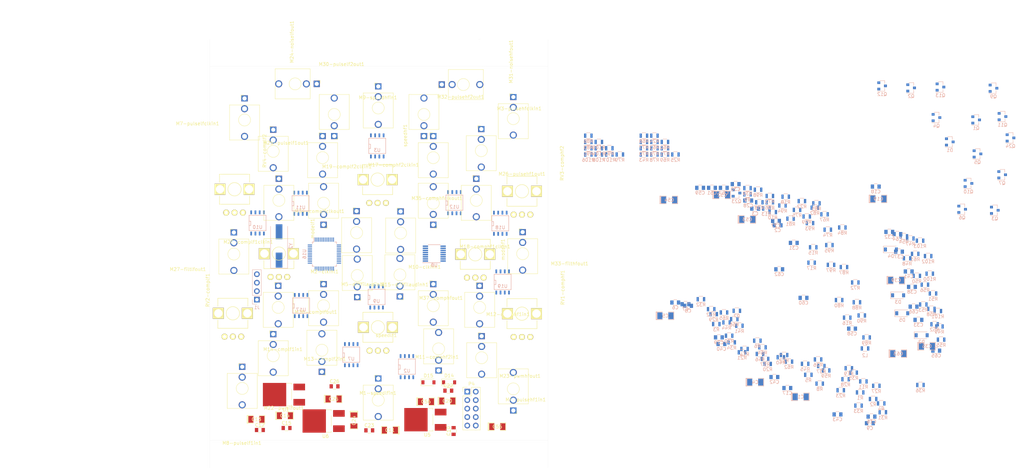
<source format=kicad_pcb>
(kicad_pcb (version 20171130) (host pcbnew "(6.0.0-rc1-dev-209-g91e3d21d6)")
  (title_block (date "15 jun 2016"))
  (layers (0 Front signal) (31 Back signal) (34 B.Paste user) (35 F.Paste user) (36 B.SilkS user) (37 F.SilkS user) (38 B.Mask user) (39 F.Mask user) (44 Edge.Cuts user))
  (net 0 "")
  (net 1 +12V)
  (net 2 GND)
  (net 3 /Sheet5AD5ACBA/RESET)
  (net 4 +3V3)
  (net 5 "Net-(C4-Pad2)")
  (net 6 "Net-(C4-Pad1)")
  (net 7 "Net-(C5-Pad1)")
  (net 8 "Net-(C5-Pad2)")
  (net 9 "Net-(C6-Pad2)")
  (net 10 "Net-(C6-Pad1)")
  (net 11 "Net-(C7-Pad2)")
  (net 12 "Net-(C8-Pad2)")
  (net 13 "Net-(C8-Pad1)")
  (net 14 -12VA)
  (net 15 +10V)
  (net 16 NOISEHF_OUT)
  (net 17 "Net-(C16-Pad1)")
  (net 18 +5V)
  (net 19 "Net-(C27-Pad2)")
  (net 20 /Sheet5AD5ACBA/speedlf)
  (net 21 AREF-10)
  (net 22 /Sheet5B6C330B/7490_IN_LOW)
  (net 23 "Net-(C35-Pad1)")
  (net 24 "Net-(C37-Pad2)")
  (net 25 "Net-(C38-Pad2)")
  (net 26 /Sheet5B6C330B/7400_LP)
  (net 27 "Net-(C39-Pad2)")
  (net 28 DIFFAUDOUT)
  (net 29 "Net-(C40-Pad2)")
  (net 30 "Net-(C41-Pad2)")
  (net 31 "Net-(C41-Pad1)")
  (net 32 "Net-(C55-Pad1)")
  (net 33 "Net-(C56-Pad2)")
  (net 34 /Sheet5AD5ACBA/speedhf)
  (net 35 "Net-(C58-Pad2)")
  (net 36 "Net-(C59-Pad2)")
  (net 37 "Net-(C60-Pad2)")
  (net 38 "Net-(C61-Pad2)")
  (net 39 /Sheet5AD5ACBA/modehf)
  (net 40 "Net-(C62-Pad2)")
  (net 41 /Sheet5AD5ACBA/modelf)
  (net 42 "Net-(C63-Pad2)")
  (net 43 /Sheet5B6C330B/7490_BP)
  (net 44 "Net-(C64-Pad1)")
  (net 45 "Net-(C64-Pad2)")
  (net 46 CLK_INH)
  (net 47 CLK_INL)
  (net 48 /Sheet5AD5ACBA/SWCLK)
  (net 49 /Sheet5AD5ACBA/SWDIO)
  (net 50 "Net-(L2-Pad2)")
  (net 51 "Net-(R96-Pad2)")
  (net 52 "Net-(R97-Pad2)")
  (net 53 "Net-(Q1-Pad3)")
  (net 54 PULSELF1_OUT)
  (net 55 "Net-(Q2-Pad1)")
  (net 56 "Net-(Q3-Pad3)")
  (net 57 "Net-(Q3-Pad1)")
  (net 58 /Sheet5AD5ACBA/pulself1_in)
  (net 59 "Net-(Q4-Pad1)")
  (net 60 PULSELF2_OUT)
  (net 61 "Net-(Q7-Pad1)")
  (net 62 /Sheet5AD5ACBA/pulselfclk_in)
  (net 63 "Net-(Q9-Pad1)")
  (net 64 "Net-(Q10-Pad1)")
  (net 65 PULSEHF1_OUT)
  (net 66 /Sheet5AD5ACBA/pulsehf1_in)
  (net 67 "Net-(Q11-Pad1)")
  (net 68 PULSEHF2_OUT)
  (net 69 "Net-(Q12-Pad1)")
  (net 70 "Net-(Q13-Pad1)")
  (net 71 /Sheet5AD5ACBA/pulsehfclk_in)
  (net 72 "Net-(Q23-Pad1)")
  (net 73 PWMLF_OUT)
  (net 74 PWMHF_OUT)
  (net 75 "Net-(Q24-Pad1)")
  (net 76 "Net-(R12-Pad2)")
  (net 77 "Net-(R7-Pad1)")
  (net 78 /Sheet5AD5ACBA/pulself1_out)
  (net 79 "Net-(R12-Pad1)")
  (net 80 /Sheet5AD5ACBA/pwmlf_out)
  (net 81 /Sheet5AD5ACBA/pwmhf_out)
  (net 82 PULSELF1_IN)
  (net 83 "Net-(R20-Pad1)")
  (net 84 COMPHF2_IN)
  (net 85 NOISELF_OUT)
  (net 86 "Net-(R23-Pad1)")
  (net 87 COMPLF2_IN)
  (net 88 COMPLF1_IN)
  (net 89 COMPHF1_IN)
  (net 90 "Net-(R26-Pad1)")
  (net 91 "Net-(R28-Pad2)")
  (net 92 "Net-(R29-Pad1)")
  (net 93 "Net-(R30-Pad2)")
  (net 94 "Net-(R32-Pad1)")
  (net 95 DIFFFILAUD_INL)
  (net 96 "Net-(R33-Pad1)")
  (net 97 DIFFFILAUD_INH)
  (net 98 "Net-(R35-Pad1)")
  (net 99 "Net-(R36-Pad2)")
  (net 100 "Net-(R37-Pad1)")
  (net 101 SPEEDLF_IN)
  (net 102 "Net-(R40-Pad2)")
  (net 103 "Net-(R42-Pad1)")
  (net 104 COMPHF2_CLK_IN)
  (net 105 COMPHF1_CLK_IN)
  (net 106 "Net-(R44-Pad1)")
  (net 107 "Net-(R45-Pad2)")
  (net 108 "Net-(R46-Pad1)")
  (net 109 "Net-(R47-Pad1)")
  (net 110 "Net-(R49-Pad1)")
  (net 111 "Net-(R49-Pad2)")
  (net 112 "Net-(R50-Pad2)")
  (net 113 "Net-(R51-Pad2)")
  (net 114 "Net-(R53-Pad1)")
  (net 115 "Net-(R55-Pad1)")
  (net 116 "Net-(R56-Pad1)")
  (net 117 "Net-(R57-Pad2)")
  (net 118 "Net-(R59-Pad1)")
  (net 119 COMPLF2_CLK_IN)
  (net 120 COMPLF1_CLK_IN)
  (net 121 "Net-(R62-Pad1)")
  (net 122 "Net-(R64-Pad2)")
  (net 123 "Net-(R65-Pad1)")
  (net 124 "Net-(R66-Pad2)")
  (net 125 /Sheet5AD5ACBA/pulself2_out)
  (net 126 PULSELFCLK_IN)
  (net 127 /Sheet5AD5ACBA/pulsehf1_out)
  (net 128 PULSEHF1_IN)
  (net 129 "Net-(R85-Pad2)")
  (net 130 /Sheet5AD5ACBA/pulsehf2_out)
  (net 131 PULSEHFCLK_IN)
  (net 132 SPEEDHF_IN)
  (net 133 "Net-(R94-Pad2)")
  (net 134 FILTLF_OUT)
  (net 135 FILTHF_OUT)
  (net 136 COMPLF_OUT)
  (net 137 COMPLFCLK_OUT)
  (net 138 COMPHFCLK_OUT)
  (net 139 COMPHF_OUT)
  (net 140 "Net-(U16-Pad14)")
  (net 141 "Net-(U16-Pad15)")
  (net 142 "Net-(U16-Pad16)")
  (net 143 "Net-(U16-Pad17)")
  (net 144 "Net-(U16-Pad18)")
  (net 145 "Net-(U16-Pad19)")
  (net 146 "Net-(U16-Pad20)")
  (net 147 "Net-(U16-Pad28)")
  (net 148 "Net-(U16-Pad30)")
  (net 149 "Net-(U16-Pad31)")
  (net 150 "Net-(U16-Pad32)")
  (net 151 "Net-(U16-Pad33)")
  (net 152 "Net-(U16-Pad38)")
  (net 153 "Net-(U16-Pad39)")
  (net 154 "Net-(M9-speedhfin1-Pad2)")
  (net 155 "Net-(M25-pulself1out1-Pad2)")
  (net 156 "Net-(M23-pwmhfout1-Pad2)")
  (net 157 "Net-(M22-pwmlfout1-Pad2)")
  (net 158 "Net-(M19-complf2clkin1-Pad2)")
  (net 159 "Net-(M13-complf2in1-Pad2)")
  (net 160 "Net-(M11-comphf2in1-Pad2)")
  (net 161 "Net-(M17-comphf2clkin1-Pad2)")
  (net 162 "Net-(M34-complfclkout1-Pad2)")
  (net 163 "Net-(M1-speedlfin1-Pad2)")
  (net 164 "Net-(M27-filtlfout1-Pad2)")
  (net 165 "Net-(M26-pulsehf1out1-Pad2)")
  (net 166 "Net-(M37-comphfout1-Pad2)")
  (net 167 "Net-(M36-complfout1-Pad2)")
  (net 168 "Net-(M35-comphfclkout1-Pad2)")
  (net 169 "Net-(M32-pulsehf2out1-Pad2)")
  (net 170 "Net-(M30-pulself2out1-Pad2)")
  (net 171 "Net-(M33-filthfout1-Pad2)")
  (net 172 "Net-(U16-Pad4)")
  (net 173 "Net-(U16-Pad21)")
  (net 174 "Net-(U16-Pad22)")
  (net 175 "Net-(U16-Pad25)")
  (net 176 "Net-(U16-Pad46)")
  (net 177 "Net-(Q2-Pad3)")
  (net 178 "Net-(Q7-Pad3)")
  (net 179 "Net-(Q23-Pad3)")
  (net 180 "Net-(Q10-Pad3)")
  (net 181 "Net-(Q12-Pad3)")
  (net 182 "Net-(Q24-Pad3)")
  (net 183 "Net-(R76-Pad1)")
  (net 184 "Net-(R24-Pad1)")
  (net 185 "Net-(R43-Pad1)")
  (net 186 "Net-(R68-Pad1)")
  (net 187 "Net-(R78-Pad1)")
  (net 188 "Net-(M24-noiselfout1-Pad2)")
  (net 189 "Net-(M31-noisehfout1-Pad2)")
  (net 190 "Net-(C19-Pad1)")
  (net 191 "Net-(C18-Pad2)")
  (net 192 "Net-(M8-pulself1in1-Pad2)")
  (net 193 "Net-(M4-pulsehf1in1-Pad2)")
  (module new_kicad:Potentiometer_Alps-RK09 (layer Front) (at 158.4 103.4 90)
    (fp_text reference modehf1 (at 1.4 8.3 270) (layer F.SilkS))
    (fp_text value 10K)
    (pad 5 thru_hole rect (at 0 4.35) (size 3.3 3.3) (drill 2.5) (layers *.Cu *.Mask F.SilkS))
    (pad 4 thru_hole rect (at 0 -4.35) (size 3.3 3.3) (drill 2.5) (layers *.Cu *.Mask F.SilkS))
    (pad 3 thru_hole circle (at -7 2.5) (size 1.8 1.8) (drill 1) (layers *.Cu *.Mask F.SilkS) (net 2 GND))
    (pad 2 thru_hole circle (at -7 0) (size 1.8 1.8) (drill 1) (layers *.Cu *.Mask F.SilkS) (net 51 "Net-(R96-Pad2)"))
    (pad 1 thru_hole circle (at -7 -2.5) (size 1.8 1.8) (drill 1) (layers *.Cu *.Mask F.SilkS) (net 21 AREF-10))
  )
  (module new_kicad:Potentiometer_Alps-RK09 (layer Front) (at 99.5 103.2 90)
    (fp_text reference modelf1 (at 7.5 10.1 270) (layer F.SilkS))
    (fp_text value 10K)
    (pad 5 thru_hole rect (at 0 4.35) (size 3.3 3.3) (drill 2.5) (layers *.Cu *.Mask F.SilkS))
    (pad 4 thru_hole rect (at 0 -4.35) (size 3.3 3.3) (drill 2.5) (layers *.Cu *.Mask F.SilkS))
    (pad 3 thru_hole circle (at -7 2.5) (size 1.8 1.8) (drill 1) (layers *.Cu *.Mask F.SilkS) (net 2 GND))
    (pad 2 thru_hole circle (at -7 0) (size 1.8 1.8) (drill 1) (layers *.Cu *.Mask F.SilkS) (net 52 "Net-(R97-Pad2)"))
    (pad 1 thru_hole circle (at -7 -2.5) (size 1.8 1.8) (drill 1) (layers *.Cu *.Mask F.SilkS) (net 21 AREF-10))
  )
  (module new_kicad:Potentiometer_Alps-RK09 (layer Front) (at 172.4 121.2 90)
    (fp_text reference RV1-comphf1 (at 7.8 12.2 270) (layer F.SilkS))
    (fp_text value 10K)
    (pad 5 thru_hole rect (at 0 4.35) (size 3.3 3.3) (drill 2.5) (layers *.Cu *.Mask F.SilkS))
    (pad 4 thru_hole rect (at 0 -4.35) (size 3.3 3.3) (drill 2.5) (layers *.Cu *.Mask F.SilkS))
    (pad 3 thru_hole circle (at -7 2.5) (size 1.8 1.8) (drill 1) (layers *.Cu *.Mask F.SilkS) (net 93 "Net-(R30-Pad2)"))
    (pad 2 thru_hole circle (at -7 0) (size 1.8 1.8) (drill 1) (layers *.Cu *.Mask F.SilkS) (net 92 "Net-(R29-Pad1)"))
    (pad 1 thru_hole circle (at -7 -2.5) (size 1.8 1.8) (drill 1) (layers *.Cu *.Mask F.SilkS) (net 91 "Net-(R28-Pad2)"))
  )
  (module new_kicad:Potentiometer_Alps-RK09 (layer Front) (at 85.7 121.1 90)
    (fp_text reference RV2-complf1 (at 6.9 -7.55 270) (layer F.SilkS))
    (fp_text value 10K)
    (pad 5 thru_hole rect (at 0 4.35) (size 3.3 3.3) (drill 2.5) (layers *.Cu *.Mask F.SilkS))
    (pad 4 thru_hole rect (at 0 -4.35) (size 3.3 3.3) (drill 2.5) (layers *.Cu *.Mask F.SilkS))
    (pad 3 thru_hole circle (at -7 2.5) (size 1.8 1.8) (drill 1) (layers *.Cu *.Mask F.SilkS) (net 102 "Net-(R40-Pad2)"))
    (pad 2 thru_hole circle (at -7 0) (size 1.8 1.8) (drill 1) (layers *.Cu *.Mask F.SilkS) (net 100 "Net-(R37-Pad1)"))
    (pad 1 thru_hole circle (at -7 -2.5) (size 1.8 1.8) (drill 1) (layers *.Cu *.Mask F.SilkS) (net 99 "Net-(R36-Pad2)"))
  )
  (module new_kicad:Potentiometer_Alps-RK09 (layer Front) (at 172.4 84.5 90)
    (fp_text reference RV3-comphf2 (at 8.4 12 270) (layer F.SilkS))
    (fp_text value 10K)
    (pad 5 thru_hole rect (at 0 4.35) (size 3.3 3.3) (drill 2.5) (layers *.Cu *.Mask F.SilkS))
    (pad 4 thru_hole rect (at 0 -4.35) (size 3.3 3.3) (drill 2.5) (layers *.Cu *.Mask F.SilkS))
    (pad 3 thru_hole circle (at -7 2.5) (size 1.8 1.8) (drill 1) (layers *.Cu *.Mask F.SilkS) (net 117 "Net-(R57-Pad2)"))
    (pad 2 thru_hole circle (at -7 0) (size 1.8 1.8) (drill 1) (layers *.Cu *.Mask F.SilkS) (net 108 "Net-(R46-Pad1)"))
    (pad 1 thru_hole circle (at -7 -2.5) (size 1.8 1.8) (drill 1) (layers *.Cu *.Mask F.SilkS) (net 107 "Net-(R45-Pad2)"))
  )
  (module new_kicad:Potentiometer_Alps-RK09 (layer Front) (at 86.2 83.9 90)
    (fp_text reference RV4-complf2 (at 11.5 9 270) (layer F.SilkS))
    (fp_text value 10K)
    (pad 5 thru_hole rect (at 0 4.35) (size 3.3 3.3) (drill 2.5) (layers *.Cu *.Mask F.SilkS))
    (pad 4 thru_hole rect (at 0 -4.35) (size 3.3 3.3) (drill 2.5) (layers *.Cu *.Mask F.SilkS))
    (pad 3 thru_hole circle (at -7 2.5) (size 1.8 1.8) (drill 1) (layers *.Cu *.Mask F.SilkS) (net 124 "Net-(R66-Pad2)"))
    (pad 2 thru_hole circle (at -7 0) (size 1.8 1.8) (drill 1) (layers *.Cu *.Mask F.SilkS) (net 123 "Net-(R65-Pad1)"))
    (pad 1 thru_hole circle (at -7 -2.5) (size 1.8 1.8) (drill 1) (layers *.Cu *.Mask F.SilkS) (net 122 "Net-(R64-Pad2)"))
  )
  (module new_kicad:Potentiometer_Alps-RK09 (layer Front) (at 129.1 81 90)
    (fp_text reference speedhf1 (at 13.2 8.3 270) (layer F.SilkS))
    (fp_text value 10K)
    (pad 5 thru_hole rect (at 0 4.35) (size 3.3 3.3) (drill 2.5) (layers *.Cu *.Mask F.SilkS))
    (pad 4 thru_hole rect (at 0 -4.35) (size 3.3 3.3) (drill 2.5) (layers *.Cu *.Mask F.SilkS))
    (pad 3 thru_hole circle (at -7 2.5) (size 1.8 1.8) (drill 1) (layers *.Cu *.Mask F.SilkS) (net 2 GND))
    (pad 2 thru_hole circle (at -7 0) (size 1.8 1.8) (drill 1) (layers *.Cu *.Mask F.SilkS) (net 133 "Net-(R94-Pad2)"))
    (pad 1 thru_hole circle (at -7 -2.5) (size 1.8 1.8) (drill 1) (layers *.Cu *.Mask F.SilkS) (net 21 AREF-10))
  )
  (module new_kicad:Potentiometer_Alps-RK09 (layer Front) (at 129.2 125.3 90)
    (fp_text reference speedlf1 (at -2.4 2.5) (layer F.SilkS))
    (fp_text value 10K)
    (pad 5 thru_hole rect (at 0 4.35) (size 3.3 3.3) (drill 2.5) (layers *.Cu *.Mask F.SilkS))
    (pad 4 thru_hole rect (at 0 -4.35) (size 3.3 3.3) (drill 2.5) (layers *.Cu *.Mask F.SilkS))
    (pad 3 thru_hole circle (at -7 2.5) (size 1.8 1.8) (drill 1) (layers *.Cu *.Mask F.SilkS) (net 2 GND))
    (pad 2 thru_hole circle (at -7 0) (size 1.8 1.8) (drill 1) (layers *.Cu *.Mask F.SilkS) (net 129 "Net-(R85-Pad2)"))
    (pad 1 thru_hole circle (at -7 -2.5) (size 1.8 1.8) (drill 1) (layers *.Cu *.Mask F.SilkS) (net 21 AREF-10))
  )
  (module Connector_Audio:Jack_3.5mm_QingPu_WQP-PJ398SM_Vertical_CircularHoles (layer Front) (at 172.6 103.2)
    (fp_text reference M33-filthfout1 (at 14.1 3 180) (layer F.SilkS))
    (fp_text value AUDIO-JACKERTHENVAR)
    (pad 3 thru_hole circle (at 0 4.95 180) (size 2.13 2.13) (drill 1.43) (layers *.Cu *.Mask) (net 135 FILTHF_OUT))
    (pad 1 thru_hole rect (at 0 -6.45 180) (size 1.93 1.83) (drill 1.22) (layers *.Cu *.Mask) (net 2 GND))
    (pad 2 thru_hole circle (at 0 -3.35 180) (size 2.13 2.13) (drill 1.42) (layers *.Cu *.Mask) (net 171 "Net-(M33-filthfout1-Pad2)"))
  )
  (module Connector_Audio:Jack_3.5mm_QingPu_WQP-PJ398SM_Vertical_CircularHoles (layer Front) (at 169.8 62.7)
    (fp_text reference M3-pulsehfclkin1 (at 1.8 -3 180) (layer F.SilkS))
    (fp_text value AUDIO-JACKERTHENVAR)
    (pad 3 thru_hole circle (at 0 4.95 180) (size 2.13 2.13) (drill 1.43) (layers *.Cu *.Mask) (net 131 PULSEHFCLK_IN))
    (pad 1 thru_hole rect (at 0 -6.45 180) (size 1.93 1.83) (drill 1.22) (layers *.Cu *.Mask) (net 2 GND))
    (pad 2 thru_hole circle (at 0 -3.35 180) (size 2.13 2.13) (drill 1.42) (layers *.Cu *.Mask) (net 139 COMPHF_OUT))
  )
  (module Connector_Audio:Jack_3.5mm_QingPu_WQP-PJ398SM_Vertical_CircularHoles (layer Front) (at 116.1 61.5 180)
    (fp_text reference M30-pulself2out1 (at -2.2 15.1) (layer F.SilkS))
    (fp_text value AUDIO-JACKERTHENVAR)
    (pad 3 thru_hole circle (at 0 4.95) (size 2.13 2.13) (drill 1.43) (layers *.Cu *.Mask) (net 60 PULSELF2_OUT))
    (pad 1 thru_hole rect (at 0 -6.45) (size 1.93 1.83) (drill 1.22) (layers *.Cu *.Mask) (net 2 GND))
    (pad 2 thru_hole circle (at 0 -3.35) (size 2.13 2.13) (drill 1.42) (layers *.Cu *.Mask) (net 170 "Net-(M30-pulself2out1-Pad2)"))
  )
  (module Connector_Audio:Jack_3.5mm_QingPu_WQP-PJ398SM_Vertical_CircularHoles (layer Front) (at 99.5 87.2)
    (fp_text reference M20-complf1clkin1 (at -9.2 12.5 180) (layer F.SilkS))
    (fp_text value AUDIO-JACKERTHENVAR)
    (pad 3 thru_hole circle (at 0 4.95 180) (size 2.13 2.13) (drill 1.43) (layers *.Cu *.Mask) (net 120 COMPLF1_CLK_IN))
    (pad 1 thru_hole rect (at 0 -6.45 180) (size 1.93 1.83) (drill 1.22) (layers *.Cu *.Mask) (net 2 GND))
    (pad 2 thru_hole circle (at 0 -3.35 180) (size 2.13 2.13) (drill 1.42) (layers *.Cu *.Mask) (net 73 PWMLF_OUT))
  )
  (module Connector_Audio:Jack_3.5mm_QingPu_WQP-PJ398SM_Vertical_CircularHoles (layer Front) (at 154.8 52.5 90)
    (fp_text reference M31-noisehfout1 (at 6.9 14.3 270) (layer F.SilkS))
    (fp_text value AUDIO-JACKERTHENVAR)
    (pad 3 thru_hole circle (at 0 4.95 270) (size 2.13 2.13) (drill 1.43) (layers *.Cu *.Mask) (net 16 NOISEHF_OUT))
    (pad 1 thru_hole rect (at 0 -6.45 270) (size 1.93 1.83) (drill 1.22) (layers *.Cu *.Mask) (net 2 GND))
    (pad 2 thru_hole circle (at 0 -3.35 270) (size 2.13 2.13) (drill 1.42) (layers *.Cu *.Mask) (net 189 "Net-(M31-noisehfout1-Pad2)"))
  )
  (module Connector_Audio:Jack_3.5mm_QingPu_WQP-PJ398SM_Vertical_CircularHoles (layer Front) (at 143 61.5 180)
    (fp_text reference M32-pulsehf2out1 (at -11 5.3) (layer F.SilkS))
    (fp_text value AUDIO-JACKERTHENVAR)
    (pad 3 thru_hole circle (at 0 4.95) (size 2.13 2.13) (drill 1.43) (layers *.Cu *.Mask) (net 68 PULSEHF2_OUT))
    (pad 1 thru_hole rect (at 0 -6.45) (size 1.93 1.83) (drill 1.22) (layers *.Cu *.Mask) (net 2 GND))
    (pad 2 thru_hole circle (at 0 -3.35) (size 2.13 2.13) (drill 1.42) (layers *.Cu *.Mask) (net 169 "Net-(M32-pulsehf2out1-Pad2)"))
  )
  (module Connector_Audio:Jack_3.5mm_QingPu_WQP-PJ398SM_Vertical_CircularHoles (layer Front) (at 145.8 88.1 180)
    (fp_text reference M35-comphfclkout1 (at -1.1 1.5) (layer F.SilkS))
    (fp_text value AUDIO-JACKERTHENVAR)
    (pad 3 thru_hole circle (at 0 4.95) (size 2.13 2.13) (drill 1.43) (layers *.Cu *.Mask) (net 138 COMPHFCLK_OUT))
    (pad 1 thru_hole rect (at 0 -6.45) (size 1.93 1.83) (drill 1.22) (layers *.Cu *.Mask) (net 2 GND))
    (pad 2 thru_hole circle (at 0 -3.35) (size 2.13 2.13) (drill 1.42) (layers *.Cu *.Mask) (net 168 "Net-(M35-comphfclkout1-Pad2)"))
  )
  (module Connector_Audio:Jack_3.5mm_QingPu_WQP-PJ398SM_Vertical_CircularHoles (layer Front) (at 112.9 118.8)
    (fp_text reference M36-complfout1 (at -2.3 1.9 180) (layer F.SilkS))
    (fp_text value AUDIO-JACKERTHENVAR)
    (pad 3 thru_hole circle (at 0 4.95 180) (size 2.13 2.13) (drill 1.43) (layers *.Cu *.Mask) (net 136 COMPLF_OUT))
    (pad 1 thru_hole rect (at 0 -6.45 180) (size 1.93 1.83) (drill 1.22) (layers *.Cu *.Mask) (net 2 GND))
    (pad 2 thru_hole circle (at 0 -3.35 180) (size 2.13 2.13) (drill 1.42) (layers *.Cu *.Mask) (net 167 "Net-(M36-complfout1-Pad2)"))
  )
  (module Connector_Audio:Jack_3.5mm_QingPu_WQP-PJ398SM_Vertical_CircularHoles (layer Front) (at 145.8 118.8)
    (fp_text reference M37-comphfout1 (at 2.3 -2.3 180) (layer F.SilkS))
    (fp_text value AUDIO-JACKERTHENVAR)
    (pad 3 thru_hole circle (at 0 4.95 180) (size 2.13 2.13) (drill 1.43) (layers *.Cu *.Mask) (net 139 COMPHF_OUT))
    (pad 1 thru_hole rect (at 0 -6.45 180) (size 1.93 1.83) (drill 1.22) (layers *.Cu *.Mask) (net 2 GND))
    (pad 2 thru_hole circle (at 0 -3.35 180) (size 2.13 2.13) (drill 1.42) (layers *.Cu *.Mask) (net 166 "Net-(M37-comphfout1-Pad2)"))
  )
  (module Connector_Audio:Jack_3.5mm_QingPu_WQP-PJ398SM_Vertical_CircularHoles (layer Front) (at 123 109.8 180)
    (fp_text reference M5-difffilaudinl1 (at -1.7 -2.6) (layer F.SilkS))
    (fp_text value AUDIO-JACKERTHENVAR)
    (pad 3 thru_hole circle (at 0 4.95) (size 2.13 2.13) (drill 1.43) (layers *.Cu *.Mask) (net 95 DIFFFILAUD_INL))
    (pad 1 thru_hole rect (at 0 -6.45) (size 1.93 1.83) (drill 1.22) (layers *.Cu *.Mask) (net 2 GND))
    (pad 2 thru_hole circle (at 0 -3.35) (size 2.13 2.13) (drill 1.42) (layers *.Cu *.Mask) (net 136 COMPLF_OUT))
  )
  (module Connector_Audio:Jack_3.5mm_QingPu_WQP-PJ398SM_Vertical_CircularHoles (layer Front) (at 89.2 63.1)
    (fp_text reference M7-pulselfclkin1 (at -14.1 1.1 180) (layer F.SilkS))
    (fp_text value AUDIO-JACKERTHENVAR)
    (pad 3 thru_hole circle (at 0 4.95 180) (size 2.13 2.13) (drill 1.43) (layers *.Cu *.Mask) (net 126 PULSELFCLK_IN))
    (pad 1 thru_hole rect (at 0 -6.45 180) (size 1.93 1.83) (drill 1.22) (layers *.Cu *.Mask) (net 2 GND))
    (pad 2 thru_hole circle (at 0 -3.35 180) (size 2.13 2.13) (drill 1.42) (layers *.Cu *.Mask) (net 136 COMPLF_OUT))
  )
  (module Connector_Audio:Jack_3.5mm_QingPu_WQP-PJ398SM_Vertical_CircularHoles (layer Front) (at 160.2 72.3)
    (fp_text reference M26-pulsehf1out1 (at 12.2 7 180) (layer F.SilkS))
    (fp_text value AUDIO-JACKERTHENVAR)
    (pad 3 thru_hole circle (at 0 4.95 180) (size 2.13 2.13) (drill 1.43) (layers *.Cu *.Mask) (net 65 PULSEHF1_OUT))
    (pad 1 thru_hole rect (at 0 -6.45 180) (size 1.93 1.83) (drill 1.22) (layers *.Cu *.Mask) (net 2 GND))
    (pad 2 thru_hole circle (at 0 -3.35 180) (size 2.13 2.13) (drill 1.42) (layers *.Cu *.Mask) (net 165 "Net-(M26-pulsehf1out1-Pad2)"))
  )
  (module Connector_Audio:Jack_3.5mm_QingPu_WQP-PJ398SM_Vertical_CircularHoles (layer Front) (at 86 103.3)
    (fp_text reference M27-filtlfout1 (at -13.8 4.6 180) (layer F.SilkS))
    (fp_text value AUDIO-JACKERTHENVAR)
    (pad 3 thru_hole circle (at 0 4.95 180) (size 2.13 2.13) (drill 1.43) (layers *.Cu *.Mask) (net 134 FILTLF_OUT))
    (pad 1 thru_hole rect (at 0 -6.45 180) (size 1.93 1.83) (drill 1.22) (layers *.Cu *.Mask) (net 2 GND))
    (pad 2 thru_hole circle (at 0 -3.35 180) (size 2.13 2.13) (drill 1.42) (layers *.Cu *.Mask) (net 164 "Net-(M27-filtlfout1-Pad2)"))
  )
  (module Connector_Audio:Jack_3.5mm_QingPu_WQP-PJ398SM_Vertical_CircularHoles (layer Front) (at 129.3 147.1)
    (fp_text reference M1-speedlfin1 (at -0.1 -2.1 180) (layer F.SilkS))
    (fp_text value AUDIO-JACKERTHENVAR)
    (pad 3 thru_hole circle (at 0 4.95 180) (size 2.13 2.13) (drill 1.43) (layers *.Cu *.Mask) (net 101 SPEEDLF_IN))
    (pad 1 thru_hole rect (at 0 -6.45 180) (size 1.93 1.83) (drill 1.22) (layers *.Cu *.Mask) (net 2 GND))
    (pad 2 thru_hole circle (at 0 -3.35 180) (size 2.13 2.13) (drill 1.42) (layers *.Cu *.Mask) (net 163 "Net-(M1-speedlfin1-Pad2)"))
  )
  (module Connector_Audio:Jack_3.5mm_QingPu_WQP-PJ398SM_Vertical_CircularHoles (layer Front) (at 112.9 88.1 180)
    (fp_text reference M34-complfclkout1 (at 1.2 -2.4) (layer F.SilkS))
    (fp_text value AUDIO-JACKERTHENVAR)
    (pad 3 thru_hole circle (at 0 4.95) (size 2.13 2.13) (drill 1.43) (layers *.Cu *.Mask) (net 137 COMPLFCLK_OUT))
    (pad 1 thru_hole rect (at 0 -6.45) (size 1.93 1.83) (drill 1.22) (layers *.Cu *.Mask) (net 2 GND))
    (pad 2 thru_hole circle (at 0 -3.35) (size 2.13 2.13) (drill 1.42) (layers *.Cu *.Mask) (net 162 "Net-(M34-complfclkout1-Pad2)"))
  )
  (module Connector_Audio:Jack_3.5mm_QingPu_WQP-PJ398SM_Vertical_CircularHoles (layer Front) (at 145.8 74.4)
    (fp_text reference M17-comphf2clkin1 (at -11.9 2.2 180) (layer F.SilkS))
    (fp_text value AUDIO-JACKERTHENVAR)
    (pad 3 thru_hole circle (at 0 4.95 180) (size 2.13 2.13) (drill 1.43) (layers *.Cu *.Mask) (net 104 COMPHF2_CLK_IN))
    (pad 1 thru_hole rect (at 0 -6.45 180) (size 1.93 1.83) (drill 1.22) (layers *.Cu *.Mask) (net 2 GND))
    (pad 2 thru_hole circle (at 0 -3.35 180) (size 2.13 2.13) (drill 1.42) (layers *.Cu *.Mask) (net 161 "Net-(M17-comphf2clkin1-Pad2)"))
  )
  (module Connector_Audio:Jack_3.5mm_QingPu_WQP-PJ398SM_Vertical_CircularHoles (layer Front) (at 136 97)
    (fp_text reference M10-clkinh1 (at 7.2 10.2 180) (layer F.SilkS))
    (fp_text value AUDIO-JACKERTHENVAR)
    (pad 3 thru_hole circle (at 0 4.95 180) (size 2.13 2.13) (drill 1.43) (layers *.Cu *.Mask) (net 46 CLK_INH))
    (pad 1 thru_hole rect (at 0 -6.45 180) (size 1.93 1.83) (drill 1.22) (layers *.Cu *.Mask) (net 2 GND))
    (pad 2 thru_hole circle (at 0 -3.35 180) (size 2.13 2.13) (drill 1.42) (layers *.Cu *.Mask) (net 138 COMPHFCLK_OUT))
  )
  (module Connector_Audio:Jack_3.5mm_QingPu_WQP-PJ398SM_Vertical_CircularHoles (layer Front) (at 147.4 131.8 180)
    (fp_text reference M11-comphf2in1 (at 0.5 -2.4) (layer F.SilkS))
    (fp_text value AUDIO-JACKERTHENVAR)
    (pad 3 thru_hole circle (at 0 4.95) (size 2.13 2.13) (drill 1.43) (layers *.Cu *.Mask) (net 84 COMPHF2_IN))
    (pad 1 thru_hole rect (at 0 -6.45) (size 1.93 1.83) (drill 1.22) (layers *.Cu *.Mask) (net 2 GND))
    (pad 2 thru_hole circle (at 0 -3.35) (size 2.13 2.13) (drill 1.42) (layers *.Cu *.Mask) (net 160 "Net-(M11-comphf2in1-Pad2)"))
  )
  (module Connector_Audio:Jack_3.5mm_QingPu_WQP-PJ398SM_Vertical_CircularHoles (layer Front) (at 159.7 119.3)
    (fp_text reference M12-comphf1in1 (at 8.5 2.1 180) (layer F.SilkS))
    (fp_text value AUDIO-JACKERTHENVAR)
    (pad 3 thru_hole circle (at 0 4.95 180) (size 2.13 2.13) (drill 1.43) (layers *.Cu *.Mask) (net 89 COMPHF1_IN))
    (pad 1 thru_hole rect (at 0 -6.45 180) (size 1.93 1.83) (drill 1.22) (layers *.Cu *.Mask) (net 2 GND))
    (pad 2 thru_hole circle (at 0 -3.35 180) (size 2.13 2.13) (drill 1.42) (layers *.Cu *.Mask) (net 16 NOISEHF_OUT))
  )
  (module Connector_Audio:Jack_3.5mm_QingPu_WQP-PJ398SM_Vertical_CircularHoles (layer Front) (at 112.4 132.2 180)
    (fp_text reference M13-complf2in1 (at -0.9 -2.6) (layer F.SilkS))
    (fp_text value AUDIO-JACKERTHENVAR)
    (pad 3 thru_hole circle (at 0 4.95) (size 2.13 2.13) (drill 1.43) (layers *.Cu *.Mask) (net 87 COMPLF2_IN))
    (pad 1 thru_hole rect (at 0 -6.45) (size 1.93 1.83) (drill 1.22) (layers *.Cu *.Mask) (net 2 GND))
    (pad 2 thru_hole circle (at 0 -3.35) (size 2.13 2.13) (drill 1.42) (layers *.Cu *.Mask) (net 159 "Net-(M13-complf2in1-Pad2)"))
  )
  (module Connector_Audio:Jack_3.5mm_QingPu_WQP-PJ398SM_Vertical_CircularHoles (layer Front) (at 169.8 143.8 180)
    (fp_text reference M4-pulsehf1in1 (at -3.7 -3.2) (layer F.SilkS))
    (fp_text value AUDIO-JACKERTHENVAR)
    (pad 3 thru_hole circle (at 0 4.95) (size 2.13 2.13) (drill 1.43) (layers *.Cu *.Mask) (net 128 PULSEHF1_IN))
    (pad 1 thru_hole rect (at 0 -6.45) (size 1.93 1.83) (drill 1.22) (layers *.Cu *.Mask) (net 2 GND))
    (pad 2 thru_hole circle (at 0 -3.35) (size 2.13 2.13) (drill 1.42) (layers *.Cu *.Mask) (net 193 "Net-(M4-pulsehf1in1-Pad2)"))
  )
  (module Connector_Audio:Jack_3.5mm_QingPu_WQP-PJ398SM_Vertical_CircularHoles (layer Front) (at 99.3 119.3)
    (fp_text reference M14-cmplf1in1 (at 1.4 12.6 180) (layer F.SilkS))
    (fp_text value AUDIO-JACKERTHENVAR)
    (pad 3 thru_hole circle (at 0 4.95 180) (size 2.13 2.13) (drill 1.43) (layers *.Cu *.Mask) (net 88 COMPLF1_IN))
    (pad 1 thru_hole rect (at 0 -6.45 180) (size 1.93 1.83) (drill 1.22) (layers *.Cu *.Mask) (net 2 GND))
    (pad 2 thru_hole circle (at 0 -3.35 180) (size 2.13 2.13) (drill 1.42) (layers *.Cu *.Mask) (net 85 NOISELF_OUT))
  )
  (module Connector_Audio:Jack_3.5mm_QingPu_WQP-PJ398SM_Vertical_CircularHoles (layer Front) (at 135.8 109.6 180)
    (fp_text reference M15-difffilaudinh1 (at -1.4 -2.9) (layer F.SilkS))
    (fp_text value AUDIO-JACKERTHENVAR)
    (pad 3 thru_hole circle (at 0 4.95) (size 2.13 2.13) (drill 1.43) (layers *.Cu *.Mask) (net 97 DIFFFILAUD_INH))
    (pad 1 thru_hole rect (at 0 -6.45) (size 1.93 1.83) (drill 1.22) (layers *.Cu *.Mask) (net 2 GND))
    (pad 2 thru_hole circle (at 0 -3.35) (size 2.13 2.13) (drill 1.42) (layers *.Cu *.Mask) (net 139 COMPHF_OUT))
  )
  (module Connector_Audio:Jack_3.5mm_QingPu_WQP-PJ398SM_Vertical_CircularHoles (layer Front) (at 88.5 143.6)
    (fp_text reference M8-pulself1in1 (at -0.1 16.4 180) (layer F.SilkS))
    (fp_text value AUDIO-JACKERTHENVAR)
    (pad 3 thru_hole circle (at 0 4.95 180) (size 2.13 2.13) (drill 1.43) (layers *.Cu *.Mask) (net 82 PULSELF1_IN))
    (pad 1 thru_hole rect (at 0 -6.45 180) (size 1.93 1.83) (drill 1.22) (layers *.Cu *.Mask) (net 2 GND))
    (pad 2 thru_hole circle (at 0 -3.35 180) (size 2.13 2.13) (drill 1.42) (layers *.Cu *.Mask) (net 192 "Net-(M8-pulself1in1-Pad2)"))
  )
  (module Connector_Audio:Jack_3.5mm_QingPu_WQP-PJ398SM_Vertical_CircularHoles (layer Front) (at 158.7 87.2)
    (fp_text reference M18-comphf1clkin1 (at 2.6 13.9 180) (layer F.SilkS))
    (fp_text value AUDIO-JACKERTHENVAR)
    (pad 3 thru_hole circle (at 0 4.95 180) (size 2.13 2.13) (drill 1.43) (layers *.Cu *.Mask) (net 105 COMPHF1_CLK_IN))
    (pad 1 thru_hole rect (at 0 -6.45 180) (size 1.93 1.83) (drill 1.22) (layers *.Cu *.Mask) (net 2 GND))
    (pad 2 thru_hole circle (at 0 -3.35 180) (size 2.13 2.13) (drill 1.42) (layers *.Cu *.Mask) (net 74 PWMHF_OUT))
  )
  (module Connector_Audio:Jack_3.5mm_QingPu_WQP-PJ398SM_Vertical_CircularHoles (layer Front) (at 112.6 74.4)
    (fp_text reference M19-complf2clkin1 (at 7.3 2.7 180) (layer F.SilkS))
    (fp_text value AUDIO-JACKERTHENVAR)
    (pad 3 thru_hole circle (at 0 4.95 180) (size 2.13 2.13) (drill 1.43) (layers *.Cu *.Mask) (net 119 COMPLF2_CLK_IN))
    (pad 1 thru_hole rect (at 0 -6.45 180) (size 1.93 1.83) (drill 1.22) (layers *.Cu *.Mask) (net 2 GND))
    (pad 2 thru_hole circle (at 0 -3.35 180) (size 2.13 2.13) (drill 1.42) (layers *.Cu *.Mask) (net 158 "Net-(M19-complf2clkin1-Pad2)"))
  )
  (module Connector_Audio:Jack_3.5mm_QingPu_WQP-PJ398SM_Vertical_CircularHoles (layer Front) (at 122.8 96.9)
    (fp_text reference M2-clkinl1 (at -9.6 11.7 180) (layer F.SilkS))
    (fp_text value AUDIO-JACKERTHENVAR)
    (pad 3 thru_hole circle (at 0 4.95 180) (size 2.13 2.13) (drill 1.43) (layers *.Cu *.Mask) (net 47 CLK_INL))
    (pad 1 thru_hole rect (at 0 -6.45 180) (size 1.93 1.83) (drill 1.22) (layers *.Cu *.Mask) (net 2 GND))
    (pad 2 thru_hole circle (at 0 -3.35 180) (size 2.13 2.13) (drill 1.42) (layers *.Cu *.Mask) (net 137 COMPLFCLK_OUT))
  )
  (module Connector_Audio:Jack_3.5mm_QingPu_WQP-PJ398SM_Vertical_CircularHoles (layer Front) (at 97.8 133.8)
    (fp_text reference M22-pwmlfout1 (at 3.2 15.7 180) (layer F.SilkS))
    (fp_text value AUDIO-JACKERTHENVAR)
    (pad 3 thru_hole circle (at 0 4.95 180) (size 2.13 2.13) (drill 1.43) (layers *.Cu *.Mask) (net 73 PWMLF_OUT))
    (pad 1 thru_hole rect (at 0 -6.45 180) (size 1.93 1.83) (drill 1.22) (layers *.Cu *.Mask) (net 2 GND))
    (pad 2 thru_hole circle (at 0 -3.35 180) (size 2.13 2.13) (drill 1.42) (layers *.Cu *.Mask) (net 157 "Net-(M22-pwmlfout1-Pad2)"))
  )
  (module Connector_Audio:Jack_3.5mm_QingPu_WQP-PJ398SM_Vertical_CircularHoles (layer Front) (at 160.3 134.4)
    (fp_text reference M23-pwmhfout1 (at 11.5 5.5 180) (layer F.SilkS))
    (fp_text value AUDIO-JACKERTHENVAR)
    (pad 3 thru_hole circle (at 0 4.95 180) (size 2.13 2.13) (drill 1.43) (layers *.Cu *.Mask) (net 74 PWMHF_OUT))
    (pad 1 thru_hole rect (at 0 -6.45 180) (size 1.93 1.83) (drill 1.22) (layers *.Cu *.Mask) (net 2 GND))
    (pad 2 thru_hole circle (at 0 -3.35 180) (size 2.13 2.13) (drill 1.42) (layers *.Cu *.Mask) (net 156 "Net-(M23-pwmhfout1-Pad2)"))
  )
  (module Connector_Audio:Jack_3.5mm_QingPu_WQP-PJ398SM_Vertical_CircularHoles (layer Front) (at 104.4 52.3 270)
    (fp_text reference M24-noiselfout1 (at -12.6 1 90) (layer F.SilkS))
    (fp_text value AUDIO-JACKERTHENVAR)
    (pad 3 thru_hole circle (at 0 4.95 90) (size 2.13 2.13) (drill 1.43) (layers *.Cu *.Mask) (net 85 NOISELF_OUT))
    (pad 1 thru_hole rect (at 0 -6.45 90) (size 1.93 1.83) (drill 1.22) (layers *.Cu *.Mask) (net 2 GND))
    (pad 2 thru_hole circle (at 0 -3.35 90) (size 2.13 2.13) (drill 1.42) (layers *.Cu *.Mask) (net 188 "Net-(M24-noiselfout1-Pad2)"))
  )
  (module Connector_Audio:Jack_3.5mm_QingPu_WQP-PJ398SM_Vertical_CircularHoles (layer Front) (at 97.8 72.5)
    (fp_text reference M25-pulself1out1 (at 3.8 -2.5 180) (layer F.SilkS))
    (fp_text value pulself1_out)
    (pad 3 thru_hole circle (at 0 4.95 180) (size 2.13 2.13) (drill 1.43) (layers *.Cu *.Mask) (net 54 PULSELF1_OUT))
    (pad 1 thru_hole rect (at 0 -6.45 180) (size 1.93 1.83) (drill 1.22) (layers *.Cu *.Mask) (net 2 GND))
    (pad 2 thru_hole circle (at 0 -3.35 180) (size 2.13 2.13) (drill 1.42) (layers *.Cu *.Mask) (net 155 "Net-(M25-pulself1out1-Pad2)"))
  )
  (module Connector_Audio:Jack_3.5mm_QingPu_WQP-PJ398SM_Vertical_CircularHoles (layer Front) (at 129.3 59.5)
    (fp_text reference M9-speedhfin1 (at -0.1 -3.1 180) (layer F.SilkS))
    (fp_text value AUDIO-JACKERTHENVAR)
    (pad 3 thru_hole circle (at 0 4.95 180) (size 2.13 2.13) (drill 1.43) (layers *.Cu *.Mask) (net 132 SPEEDHF_IN))
    (pad 1 thru_hole rect (at 0 -6.45 180) (size 1.93 1.83) (drill 1.22) (layers *.Cu *.Mask) (net 2 GND))
    (pad 2 thru_hole circle (at 0 -3.35 180) (size 2.13 2.13) (drill 1.42) (layers *.Cu *.Mask) (net 154 "Net-(M9-speedhfin1-Pad2)"))
  )
  (module Capacitors_SMD:C_0805 (layer Back) (at 278.5 83.1)
    (fp_text reference C18 (at 0 1.5) (layer B.SilkS) (effects (justify mirror)))
    (fp_text value 100N)
    (pad 2 smd rect (at 1 0) (size 1 1.25) (layers Back B.Paste B.Mask) (net 191 "Net-(C18-Pad2)"))
    (pad 1 smd rect (at -1 0) (size 1 1.25) (layers Back B.Paste B.Mask) (net 135 FILTHF_OUT))
  )
  (module SMD_Packages:SMD-1206_Pol (layer Back) (at 279.281961 86.793928)
    (fp_text reference C19 (at 0 0) (layer B.SilkS) (effects (justify mirror)))
    (fp_text value 1uF)
    (pad 2 smd rect (at 1.651 0) (size 1.524 2.032) (layers Back B.Paste B.Mask) (net 134 FILTLF_OUT))
    (pad 1 smd rect (at -1.651 0) (size 1.524 2.032) (layers Back B.Paste B.Mask) (net 190 "Net-(C19-Pad1)"))
  )
  (module Resistors_SMD:R_0805 (layer Back) (at 208.970002 71.595)
    (fp_text reference R70 (at 0 1.65) (layer B.SilkS) (effects (justify mirror)))
    (fp_text value 10K)
    (pad 2 smd rect (at 0.95 0) (size 0.7 1.3) (layers Back B.Paste B.Mask) (net 106 "Net-(R44-Pad1)"))
    (pad 1 smd rect (at -0.95 0) (size 0.7 1.3) (layers Back B.Paste B.Mask) (net 2 GND))
  )
  (module Resistors_SMD:R_0805 (layer Back) (at 201.750002 73.475)
    (fp_text reference R79 (at 0 1.65) (layer B.SilkS) (effects (justify mirror)))
    (fp_text value 33K)
    (pad 2 smd rect (at 0.95 0) (size 0.7 1.3) (layers Back B.Paste B.Mask) (net 59 "Net-(Q4-Pad1)"))
    (pad 1 smd rect (at -0.95 0) (size 0.7 1.3) (layers Back B.Paste B.Mask) (net 2 GND))
  )
  (module Resistors_SMD:R_0805 (layer Back) (at 212.120002 73.475)
    (fp_text reference R78 (at 0 1.65) (layer B.SilkS) (effects (justify mirror)))
    (fp_text value 1K)
    (pad 2 smd rect (at 0.95 0) (size 0.7 1.3) (layers Back B.Paste B.Mask) (net 137 COMPLFCLK_OUT))
    (pad 1 smd rect (at -0.95 0) (size 0.7 1.3) (layers Back B.Paste B.Mask) (net 187 "Net-(R78-Pad1)"))
  )
  (module Resistors_SMD:R_0805 (layer Back) (at 208.970002 69.715)
    (fp_text reference R77 (at 0 1.65) (layer B.SilkS) (effects (justify mirror)))
    (fp_text value 10K)
    (pad 2 smd rect (at 0.95 0) (size 0.7 1.3) (layers Back B.Paste B.Mask) (net 121 "Net-(R62-Pad1)"))
    (pad 1 smd rect (at -0.95 0) (size 0.7 1.3) (layers Back B.Paste B.Mask) (net 2 GND))
  )
  (module Resistors_SMD:R_0805 (layer Back) (at 212.120002 71.595)
    (fp_text reference R76 (at 0 1.65) (layer B.SilkS) (effects (justify mirror)))
    (fp_text value 1K)
    (pad 2 smd rect (at 0.95 0) (size 0.7 1.3) (layers Back B.Paste B.Mask) (net 138 COMPHFCLK_OUT))
    (pad 1 smd rect (at -0.95 0) (size 0.7 1.3) (layers Back B.Paste B.Mask) (net 183 "Net-(R76-Pad1)"))
  )
  (module Resistors_SMD:R_0805 (layer Back) (at 195.450002 69.715)
    (fp_text reference R105 (at 0 1.65) (layer B.SilkS) (effects (justify mirror)))
    (fp_text value 1K)
    (pad 2 smd rect (at 0.95 0) (size 0.7 1.3) (layers Back B.Paste B.Mask) (net 180 "Net-(Q10-Pad3)"))
    (pad 1 smd rect (at -0.95 0) (size 0.7 1.3) (layers Back B.Paste B.Mask) (net 65 PULSEHF1_OUT))
  )
  (module Resistors_SMD:R_0805 (layer Back) (at 215.270002 73.475)
    (fp_text reference R69 (at 0 1.65) (layer B.SilkS) (effects (justify mirror)))
    (fp_text value 10K)
    (pad 2 smd rect (at 0.95 0) (size 0.7 1.3) (layers Back B.Paste B.Mask) (net 15 +10V))
    (pad 1 smd rect (at -0.95 0) (size 0.7 1.3) (layers Back B.Paste B.Mask) (net 106 "Net-(R44-Pad1)"))
  )
  (module Resistors_SMD:R_0805 (layer Back) (at 208.970002 67.835)
    (fp_text reference R68 (at 0 1.65) (layer B.SilkS) (effects (justify mirror)))
    (fp_text value 1K)
    (pad 2 smd rect (at 0.95 0) (size 0.7 1.3) (layers Back B.Paste B.Mask) (net 136 COMPLF_OUT))
    (pad 1 smd rect (at -0.95 0) (size 0.7 1.3) (layers Back B.Paste B.Mask) (net 186 "Net-(R68-Pad1)"))
  )
  (module Resistors_SMD:R_0805 (layer Back) (at 212.120002 69.715)
    (fp_text reference R63 (at 0 1.65) (layer B.SilkS) (effects (justify mirror)))
    (fp_text value 10K)
    (pad 2 smd rect (at 0.95 0) (size 0.7 1.3) (layers Back B.Paste B.Mask) (net 90 "Net-(R26-Pad1)"))
    (pad 1 smd rect (at -0.95 0) (size 0.7 1.3) (layers Back B.Paste B.Mask) (net 2 GND))
  )
  (module Resistors_SMD:R_0805 (layer Back) (at 192.300002 69.715)
    (fp_text reference R83 (at 0 1.65) (layer B.SilkS) (effects (justify mirror)))
    (fp_text value 1K)
    (pad 2 smd rect (at 0.95 0) (size 0.7 1.3) (layers Back B.Paste B.Mask) (net 177 "Net-(Q2-Pad3)"))
    (pad 1 smd rect (at -0.95 0) (size 0.7 1.3) (layers Back B.Paste B.Mask) (net 54 PULSELF1_OUT))
  )
  (module Resistors_SMD:R_0805 (layer Back) (at 195.450002 73.475)
    (fp_text reference R108 (at 0 1.65) (layer B.SilkS) (effects (justify mirror)))
    (fp_text value 1K)
    (pad 2 smd rect (at 0.95 0) (size 0.7 1.3) (layers Back B.Paste B.Mask) (net 181 "Net-(Q12-Pad3)"))
    (pad 1 smd rect (at -0.95 0) (size 0.7 1.3) (layers Back B.Paste B.Mask) (net 68 PULSEHF2_OUT))
  )
  (module Resistors_SMD:R_0805 (layer Back) (at 215.270002 71.595)
    (fp_text reference R71 (at 0 1.65) (layer B.SilkS) (effects (justify mirror)))
    (fp_text value 10K)
    (pad 2 smd rect (at 0.95 0) (size 0.7 1.3) (layers Back B.Paste B.Mask) (net 15 +10V))
    (pad 1 smd rect (at -0.95 0) (size 0.7 1.3) (layers Back B.Paste B.Mask) (net 121 "Net-(R62-Pad1)"))
  )
  (module Resistors_SMD:R_0805 (layer Back) (at 192.300002 73.475)
    (fp_text reference R106 (at 0 1.65) (layer B.SilkS) (effects (justify mirror)))
    (fp_text value 1K)
    (pad 2 smd rect (at 0.95 0) (size 0.7 1.3) (layers Back B.Paste B.Mask) (net 182 "Net-(Q24-Pad3)"))
    (pad 1 smd rect (at -0.95 0) (size 0.7 1.3) (layers Back B.Paste B.Mask) (net 74 PWMHF_OUT))
  )
  (module Resistors_SMD:R_0805 (layer Back) (at 192.300002 71.595)
    (fp_text reference R91 (at 0 1.65) (layer B.SilkS) (effects (justify mirror)))
    (fp_text value 33K)
    (pad 2 smd rect (at 0.95 0) (size 0.7 1.3) (layers Back B.Paste B.Mask) (net 63 "Net-(Q9-Pad1)"))
    (pad 1 smd rect (at -0.95 0) (size 0.7 1.3) (layers Back B.Paste B.Mask) (net 2 GND))
  )
  (module Resistors_SMD:R_0805 (layer Back) (at 195.450002 71.595)
    (fp_text reference R104 (at 0 1.65) (layer B.SilkS) (effects (justify mirror)))
    (fp_text value 33K)
    (pad 2 smd rect (at 0.95 0) (size 0.7 1.3) (layers Back B.Paste B.Mask) (net 67 "Net-(Q11-Pad1)"))
    (pad 1 smd rect (at -0.95 0) (size 0.7 1.3) (layers Back B.Paste B.Mask) (net 2 GND))
  )
  (module Resistors_SMD:R_0805 (layer Back) (at 198.600002 73.475)
    (fp_text reference R107 (at 0 1.65) (layer B.SilkS) (effects (justify mirror)))
    (fp_text value 33K)
    (pad 2 smd rect (at 0.95 0) (size 0.7 1.3) (layers Back B.Paste B.Mask) (net 70 "Net-(Q13-Pad1)"))
    (pad 1 smd rect (at -0.95 0) (size 0.7 1.3) (layers Back B.Paste B.Mask) (net 2 GND))
  )
  (module Resistors_SMD:R_0805 (layer Back) (at 192.300002 67.835)
    (fp_text reference R86 (at 0 1.65) (layer B.SilkS) (effects (justify mirror)))
    (fp_text value 1K)
    (pad 2 smd rect (at 0.95 0) (size 0.7 1.3) (layers Back B.Paste B.Mask) (net 179 "Net-(Q23-Pad3)"))
    (pad 1 smd rect (at -0.95 0) (size 0.7 1.3) (layers Back B.Paste B.Mask) (net 73 PWMLF_OUT))
  )
  (module Resistors_SMD:R_0805 (layer Back) (at 198.600002 71.595)
    (fp_text reference R92 (at 0 1.65) (layer B.SilkS) (effects (justify mirror)))
    (fp_text value 1K)
    (pad 2 smd rect (at 0.95 0) (size 0.7 1.3) (layers Back B.Paste B.Mask) (net 178 "Net-(Q7-Pad3)"))
    (pad 1 smd rect (at -0.95 0) (size 0.7 1.3) (layers Back B.Paste B.Mask) (net 60 PULSELF2_OUT))
  )
  (module Resistors_SMD:R_0805 (layer Back) (at 218.420002 73.475)
    (fp_text reference R25 (at 0 1.65) (layer B.SilkS) (effects (justify mirror)))
    (fp_text value 10K)
    (pad 2 smd rect (at 0.95 0) (size 0.7 1.3) (layers Back B.Paste B.Mask) (net 184 "Net-(R24-Pad1)"))
    (pad 1 smd rect (at -0.95 0) (size 0.7 1.3) (layers Back B.Paste B.Mask) (net 2 GND))
  )
  (module Resistors_SMD:R_0805 (layer Back) (at 212.120002 67.835)
    (fp_text reference R24 (at 0 1.65) (layer B.SilkS) (effects (justify mirror)))
    (fp_text value 10K)
    (pad 2 smd rect (at 0.95 0) (size 0.7 1.3) (layers Back B.Paste B.Mask) (net 15 +10V))
    (pad 1 smd rect (at -0.95 0) (size 0.7 1.3) (layers Back B.Paste B.Mask) (net 184 "Net-(R24-Pad1)"))
  )
  (module Resistors_SMD:R_0805 (layer Back) (at 208.970002 73.475)
    (fp_text reference R43 (at 0 1.65) (layer B.SilkS) (effects (justify mirror)))
    (fp_text value 1K)
    (pad 2 smd rect (at 0.95 0) (size 0.7 1.3) (layers Back B.Paste B.Mask) (net 139 COMPHF_OUT))
    (pad 1 smd rect (at -0.95 0) (size 0.7 1.3) (layers Back B.Paste B.Mask) (net 185 "Net-(R43-Pad1)"))
  )
  (module Resistors_SMD:R_0805 (layer Back) (at 215.270002 69.715)
    (fp_text reference R60 (at 0 1.65) (layer B.SilkS) (effects (justify mirror)))
    (fp_text value 10K)
    (pad 2 smd rect (at 0.95 0) (size 0.7 1.3) (layers Back B.Paste B.Mask) (net 15 +10V))
    (pad 1 smd rect (at -0.95 0) (size 0.7 1.3) (layers Back B.Paste B.Mask) (net 90 "Net-(R26-Pad1)"))
  )
  (module SMD_Packages:SMD-1206_Pol (layer Back) (at 255.983529 146.145418)
    (fp_text reference C1 (at 0 0) (layer B.SilkS) (effects (justify mirror)))
    (fp_text value 47u)
    (pad 2 smd rect (at 1.651 0) (size 1.524 2.032) (layers Back B.Paste B.Mask) (net 2 GND))
    (pad 1 smd rect (at -1.651 0) (size 1.524 2.032) (layers Back B.Paste B.Mask) (net 1 +12V))
  )
  (module Capacitors_SMD:C_0805 (layer Back) (at 249.061153 94.70746)
    (fp_text reference C2 (at 0 1.5) (layer B.SilkS) (effects (justify mirror)))
    (fp_text value 100N)
    (pad 2 smd rect (at 1 0) (size 1 1.25) (layers Back B.Paste B.Mask) (net 3 /Sheet5AD5ACBA/RESET))
    (pad 1 smd rect (at -1 0) (size 1 1.25) (layers Back B.Paste B.Mask) (net 2 GND))
  )
  (module Capacitors_SMD:C_0805 (layer Back) (at 242.325001 89.709999)
    (fp_text reference C3 (at 0 1.5) (layer B.SilkS) (effects (justify mirror)))
    (fp_text value 100N)
    (pad 2 smd rect (at 1 0) (size 1 1.25) (layers Back B.Paste B.Mask) (net 4 +3V3))
    (pad 1 smd rect (at -1 0) (size 1 1.25) (layers Back B.Paste B.Mask) (net 2 GND))
  )
  (module SMD_Packages:SMD-1206_Pol (layer Back) (at 242.350713 141.753126)
    (fp_text reference C4 (at 0 0) (layer B.SilkS) (effects (justify mirror)))
    (fp_text value 47u)
    (pad 2 smd rect (at 1.651 0) (size 1.524 2.032) (layers Back B.Paste B.Mask) (net 5 "Net-(C4-Pad2)"))
    (pad 1 smd rect (at -1.651 0) (size 1.524 2.032) (layers Back B.Paste B.Mask) (net 6 "Net-(C4-Pad1)"))
  )
  (module SMD_Packages:SMD-1206_Pol (layer Back) (at 215.408553 121.846646)
    (fp_text reference C5 (at 0 0) (layer B.SilkS) (effects (justify mirror)))
    (fp_text value 10u)
    (pad 2 smd rect (at 1.651 0) (size 1.524 2.032) (layers Back B.Paste B.Mask) (net 8 "Net-(C5-Pad2)"))
    (pad 1 smd rect (at -1.651 0) (size 1.524 2.032) (layers Back B.Paste B.Mask) (net 7 "Net-(C5-Pad1)"))
  )
  (module Capacitors_SMD:C_0805 (layer Back) (at 218.360657 117.86535)
    (fp_text reference C6 (at 0 1.5) (layer B.SilkS) (effects (justify mirror)))
    (fp_text value 10p)
    (pad 2 smd rect (at 1 0) (size 1 1.25) (layers Back B.Paste B.Mask) (net 9 "Net-(C6-Pad2)"))
    (pad 1 smd rect (at -1 0) (size 1 1.25) (layers Back B.Paste B.Mask) (net 10 "Net-(C6-Pad1)"))
  )
  (module Capacitors_SMD:C_0805 (layer Back) (at 221.439761 118.363012)
    (fp_text reference C7 (at 0 1.5) (layer B.SilkS) (effects (justify mirror)))
    (fp_text value 100N)
    (pad 2 smd rect (at 1 0) (size 1 1.25) (layers Back B.Paste B.Mask) (net 11 "Net-(C7-Pad2)"))
    (pad 1 smd rect (at -1 0) (size 1 1.25) (layers Back B.Paste B.Mask) (net 2 GND))
  )
  (module Capacitors_SMD:C_0805 (layer Back) (at 222.209537 118.860674)
    (fp_text reference C8 (at 0 1.5) (layer B.SilkS) (effects (justify mirror)))
    (fp_text value 100N)
    (pad 2 smd rect (at 1 0) (size 1 1.25) (layers Back B.Paste B.Mask) (net 12 "Net-(C8-Pad2)"))
    (pad 1 smd rect (at -1 0) (size 1 1.25) (layers Back B.Paste B.Mask) (net 13 "Net-(C8-Pad1)"))
  )
  (module Capacitors_SMD:C_0805 (layer Back) (at 276.728041 154.05895)
    (fp_text reference C9 (at 0 1.5) (layer B.SilkS) (effects (justify mirror)))
    (fp_text value 100N)
    (pad 2 smd rect (at 1 0) (size 1 1.25) (layers Back B.Paste B.Mask) (net 1 +12V))
    (pad 1 smd rect (at -1 0) (size 1 1.25) (layers Back B.Paste B.Mask) (net 14 -12VA))
  )
  (module Capacitors_SMD:C_0805 (layer Front) (at 151.9 156.4 90)
    (fp_text reference C10 (at 0 -1.5 90) (layer F.SilkS))
    (fp_text value 100N)
    (pad 2 smd rect (at 1 0 90) (size 1 1.25) (layers Front F.Paste F.Mask) (net 1 +12V))
    (pad 1 smd rect (at -1 0 90) (size 1 1.25) (layers Front F.Paste F.Mask) (net 2 GND))
  )
  (module SMD_Packages:SMD-1206_Pol (layer Front) (at 132.8 156.151 180)
    (fp_text reference C11 (at 0 0 180) (layer F.SilkS))
    (fp_text value 10u)
    (pad 2 smd rect (at 1.651 0 180) (size 1.524 2.032) (layers Front F.Paste F.Mask) (net 2 GND))
    (pad 1 smd rect (at -1.651 0 180) (size 1.524 2.032) (layers Front F.Paste F.Mask) (net 1 +12V))
  )
  (module Capacitors_SMD:C_0805 (layer Front) (at 93.8 156.1)
    (fp_text reference C12 (at 0 -1.5) (layer F.SilkS))
    (fp_text value 100N)
    (pad 2 smd rect (at 1 0) (size 1 1.25) (layers Front F.Paste F.Mask) (net 18 +5V))
    (pad 1 smd rect (at -1 0) (size 1 1.25) (layers Front F.Paste F.Mask) (net 2 GND))
  )
  (module SMD_Packages:SMD-1206_Pol (layer Front) (at 92.749 152.9)
    (fp_text reference C13 (at 0 0) (layer F.SilkS))
    (fp_text value 10u)
    (pad 2 smd rect (at 1.651 0) (size 1.524 2.032) (layers Front F.Paste F.Mask) (net 2 GND))
    (pad 1 smd rect (at -1.651 0) (size 1.524 2.032) (layers Front F.Paste F.Mask) (net 18 +5V))
  )
  (module SMD_Packages:SMD-1206_Pol (layer Front) (at 101.3 151.8)
    (fp_text reference C14 (at 0 0) (layer F.SilkS))
    (fp_text value 10u)
    (pad 2 smd rect (at 1.651 0) (size 1.524 2.032) (layers Front F.Paste F.Mask) (net 2 GND))
    (pad 1 smd rect (at -1.651 0) (size 1.524 2.032) (layers Front F.Paste F.Mask) (net 4 +3V3))
  )
  (module Capacitors_SMD:C_0805 (layer Front) (at 101.8 155.5)
    (fp_text reference C15 (at 0 -1.5) (layer F.SilkS))
    (fp_text value 100N)
    (pad 2 smd rect (at 1 0) (size 1 1.25) (layers Front F.Paste F.Mask) (net 2 GND))
    (pad 1 smd rect (at -1 0) (size 1 1.25) (layers Front F.Paste F.Mask) (net 4 +3V3))
  )
  (module Capacitors_SMD:C_0805 (layer Back) (at 277.213425 152.080567)
    (fp_text reference C16 (at 0 1.5) (layer B.SilkS) (effects (justify mirror)))
    (fp_text value 100N)
    (pad 2 smd rect (at 1 0) (size 1 1.25) (layers Back B.Paste B.Mask) (net 16 NOISEHF_OUT))
    (pad 1 smd rect (at -1 0) (size 1 1.25) (layers Back B.Paste B.Mask) (net 17 "Net-(C16-Pad1)"))
  )
  (module Capacitors_SMD:C_0805 (layer Back) (at 251.973457 143.507574)
    (fp_text reference C17 (at 0 1.5) (layer B.SilkS) (effects (justify mirror)))
    (fp_text value 100N)
    (pad 2 smd rect (at 1 0) (size 1 1.25) (layers Back B.Paste B.Mask) (net 15 +10V))
    (pad 1 smd rect (at -1 0) (size 1 1.25) (layers Back B.Paste B.Mask) (net 2 GND))
  )
  (module SMD_Packages:SMD-1206_Pol (layer Front) (at 150 147.4)
    (fp_text reference C20 (at 0 0) (layer F.SilkS))
    (fp_text value 10u)
    (pad 2 smd rect (at 1.651 0) (size 1.524 2.032) (layers Front F.Paste F.Mask) (net 2 GND))
    (pad 1 smd rect (at -1.651 0) (size 1.524 2.032) (layers Front F.Paste F.Mask) (net 15 +10V))
  )
  (module Capacitors_SMD:C_0805 (layer Front) (at 150.3 144.3)
    (fp_text reference C22 (at 0 -1.5) (layer F.SilkS))
    (fp_text value 100N)
    (pad 2 smd rect (at 1 0) (size 1 1.25) (layers Front F.Paste F.Mask) (net 2 GND))
    (pad 1 smd rect (at -1 0) (size 1 1.25) (layers Front F.Paste F.Mask) (net 15 +10V))
  )
  (module Capacitors_SMD:C_0805 (layer Front) (at 126.6 156.2)
    (fp_text reference C23 (at 0 -1.5) (layer F.SilkS))
    (fp_text value 100N)
    (pad 2 smd rect (at 1 0) (size 1 1.25) (layers Front F.Paste F.Mask) (net 15 +10V))
    (pad 1 smd rect (at -1 0) (size 1 1.25) (layers Front F.Paste F.Mask) (net 2 GND))
  )
  (module SMD_Packages:SMD-1206_Pol (layer Front) (at 122 153.249 270)
    (fp_text reference C24 (at 0 0 270) (layer F.SilkS))
    (fp_text value 10u)
    (pad 2 smd rect (at 1.651 0 270) (size 1.524 2.032) (layers Front F.Paste F.Mask) (net 2 GND))
    (pad 1 smd rect (at -1.651 0 270) (size 1.524 2.032) (layers Front F.Paste F.Mask) (net 15 +10V))
  )
  (module SMD_Packages:SMD-1206_Pol (layer Front) (at 115.9 146.8)
    (fp_text reference C25 (at 0 0) (layer F.SilkS))
    (fp_text value 10u)
    (pad 2 smd rect (at 1.651 0) (size 1.524 2.032) (layers Front F.Paste F.Mask) (net 2 GND))
    (pad 1 smd rect (at -1.651 0) (size 1.524 2.032) (layers Front F.Paste F.Mask) (net 18 +5V))
  )
  (module Capacitors_SMD:C_0805 (layer Front) (at 116.2 143)
    (fp_text reference C26 (at 0 -1.5) (layer F.SilkS))
    (fp_text value 100N)
    (pad 2 smd rect (at 1 0) (size 1 1.25) (layers Front F.Paste F.Mask) (net 2 GND))
    (pad 1 smd rect (at -1 0) (size 1 1.25) (layers Front F.Paste F.Mask) (net 18 +5V))
  )
  (module Capacitors_SMD:C_0805 (layer Back) (at 248.575769 93.388538)
    (fp_text reference C27 (at 0 1.5) (layer B.SilkS) (effects (justify mirror)))
    (fp_text value 1nF)
    (pad 2 smd rect (at 1 0) (size 1 1.25) (layers Back B.Paste B.Mask) (net 19 "Net-(C27-Pad2)"))
    (pad 1 smd rect (at -1 0) (size 1 1.25) (layers Back B.Paste B.Mask) (net 20 /Sheet5AD5ACBA/speedlf))
  )
  (module Capacitors_SMD:C_0805 (layer Back) (at 240.235001 87.279999)
    (fp_text reference C28 (at 0 1.5) (layer B.SilkS) (effects (justify mirror)))
    (fp_text value 100nF)
    (pad 2 smd rect (at 1 0) (size 1 1.25) (layers Back B.Paste B.Mask) (net 4 +3V3))
    (pad 1 smd rect (at -1 0) (size 1 1.25) (layers Back B.Paste B.Mask) (net 2 GND))
  )
  (module Capacitors_SMD:C_0805 (layer Back) (at 231.446849 128.316252)
    (fp_text reference C29 (at 0 1.5) (layer B.SilkS) (effects (justify mirror)))
    (fp_text value 100N)
    (pad 2 smd rect (at 1 0) (size 1 1.25) (layers Back B.Paste B.Mask) (net 21 AREF-10))
    (pad 1 smd rect (at -1 0) (size 1 1.25) (layers Back B.Paste B.Mask) (net 2 GND))
  )
  (module Capacitors_SMD:C_0805 (layer Back) (at 236.475001 82.349999)
    (fp_text reference C30 (at 0 1.5) (layer B.SilkS) (effects (justify mirror)))
    (fp_text value 100N)
    (pad 2 smd rect (at 1 0) (size 1 1.25) (layers Back B.Paste B.Mask) (net 4 +3V3))
    (pad 1 smd rect (at -1 0) (size 1 1.25) (layers Back B.Paste B.Mask) (net 2 GND))
  )
  (module Capacitors_SMD:C_0805 (layer Back) (at 253.914993 99.983148)
    (fp_text reference C31 (at 0 1.5) (layer B.SilkS) (effects (justify mirror)))
    (fp_text value 100N)
    (pad 2 smd rect (at 1 0) (size 1 1.25) (layers Back B.Paste B.Mask) (net 4 +3V3))
    (pad 1 smd rect (at -1 0) (size 1 1.25) (layers Back B.Paste B.Mask) (net 2 GND))
  )
  (module Capacitors_SMD:C_0805 (layer Back) (at 282.552649 96.685843)
    (fp_text reference C32 (at 0 1.5) (layer B.SilkS) (effects (justify mirror)))
    (fp_text value 100N)
    (pad 2 smd rect (at 1 0) (size 1 1.25) (layers Back B.Paste B.Mask) (net 18 +5V))
    (pad 1 smd rect (at -1 0) (size 1 1.25) (layers Back B.Paste B.Mask) (net 2 GND))
  )
  (module Capacitors_SMD:C_0805 (layer Back) (at 291.289561 123.064283)
    (fp_text reference C33 (at 0 1.5) (layer B.SilkS) (effects (justify mirror)))
    (fp_text value 100N)
    (pad 2 smd rect (at 1 0) (size 1 1.25) (layers Back B.Paste B.Mask) (net 18 +5V))
    (pad 1 smd rect (at -1 0) (size 1 1.25) (layers Back B.Paste B.Mask) (net 2 GND))
  )
  (module SMD_Packages:SMD-1206_Pol (layer Back) (at 293.843481 130.977815)
    (fp_text reference C35 (at 0 0) (layer B.SilkS) (effects (justify mirror)))
    (fp_text value 1uF)
    (pad 2 smd rect (at 1.651 0) (size 1.524 2.032) (layers Back B.Paste B.Mask) (net 22 /Sheet5B6C330B/7490_IN_LOW))
    (pad 1 smd rect (at -1.651 0) (size 1.524 2.032) (layers Back B.Paste B.Mask) (net 23 "Net-(C35-Pad1)"))
  )
  (module Capacitors_SMD:C_0805 (layer Back) (at 285.464953 102.620992)
    (fp_text reference C37 (at 0 1.5) (layer B.SilkS) (effects (justify mirror)))
    (fp_text value 100N)
    (pad 2 smd rect (at 1 0) (size 1 1.25) (layers Back B.Paste B.Mask) (net 24 "Net-(C37-Pad2)"))
    (pad 1 smd rect (at -1 0) (size 1 1.25) (layers Back B.Paste B.Mask) (net 2 GND))
  )
  (module Capacitors_SMD:C_0805 (layer Back) (at 289.348025 113.172368)
    (fp_text reference C38 (at 0 1.5) (layer B.SilkS) (effects (justify mirror)))
    (fp_text value 100N)
    (pad 2 smd rect (at 1 0) (size 1 1.25) (layers Back B.Paste B.Mask) (net 25 "Net-(C38-Pad2)"))
    (pad 1 smd rect (at -1 0) (size 1 1.25) (layers Back B.Paste B.Mask) (net 2 GND))
  )
  (module SMD_Packages:SMD-1206_Pol (layer Back) (at 284.621185 111.193985)
    (fp_text reference C39 (at 0 0) (layer B.SilkS) (effects (justify mirror)))
    (fp_text value 10u)
    (pad 2 smd rect (at 1.651 0) (size 1.524 2.032) (layers Back B.Paste B.Mask) (net 27 "Net-(C39-Pad2)"))
    (pad 1 smd rect (at -1.651 0) (size 1.524 2.032) (layers Back B.Paste B.Mask) (net 26 /Sheet5B6C330B/7400_LP))
  )
  (module Capacitors_SMD:C_0805 (layer Back) (at 232.216625 130.3069)
    (fp_text reference C40 (at 0 1.5) (layer B.SilkS) (effects (justify mirror)))
    (fp_text value 100N)
    (pad 2 smd rect (at 1 0) (size 1 1.25) (layers Back B.Paste B.Mask) (net 29 "Net-(C40-Pad2)"))
    (pad 1 smd rect (at -1 0) (size 1 1.25) (layers Back B.Paste B.Mask) (net 28 DIFFAUDOUT))
  )
  (module Capacitors_SMD:C_0805 (layer Back) (at 288.377257 108.556141)
    (fp_text reference C41 (at 0 1.5) (layer B.SilkS) (effects (justify mirror)))
    (fp_text value 18p)
    (pad 2 smd rect (at 1 0) (size 1 1.25) (layers Back B.Paste B.Mask) (net 30 "Net-(C41-Pad2)"))
    (pad 1 smd rect (at -1 0) (size 1 1.25) (layers Back B.Paste B.Mask) (net 31 "Net-(C41-Pad1)"))
  )
  (module Capacitors_SMD:C_0805 (layer Back) (at 248.090385 140.210269)
    (fp_text reference C42 (at 0 1.5) (layer B.SilkS) (effects (justify mirror)))
    (fp_text value 100N)
    (pad 2 smd rect (at 1 0) (size 1 1.25) (layers Back B.Paste B.Mask) (net 15 +10V))
    (pad 1 smd rect (at -1 0) (size 1 1.25) (layers Back B.Paste B.Mask) (net 2 GND))
  )
  (module Capacitors_SMD:C_0805 (layer Back) (at 267.020361 151.421106)
    (fp_text reference C43 (at 0 1.5) (layer B.SilkS) (effects (justify mirror)))
    (fp_text value 100N)
    (pad 2 smd rect (at 1 0) (size 1 1.25) (layers Back B.Paste B.Mask) (net 15 +10V))
    (pad 1 smd rect (at -1 0) (size 1 1.25) (layers Back B.Paste B.Mask) (net 2 GND))
  )
  (module SMD_Packages:SMD-1206_Pol (layer Back) (at 232.399001 85.591999)
    (fp_text reference C52 (at 0 0) (layer B.SilkS) (effects (justify mirror)))
    (fp_text value 1uF)
    (pad 2 smd rect (at 1.651 0) (size 1.524 2.032) (layers Back B.Paste B.Mask) (net 2 GND))
    (pad 1 smd rect (at -1.651 0) (size 1.524 2.032) (layers Back B.Paste B.Mask) (net 4 +3V3))
  )
  (module SMD_Packages:SMD-1206_Pol (layer Back) (at 239.969001 92.951999)
    (fp_text reference C53 (at 0 0) (layer B.SilkS) (effects (justify mirror)))
    (fp_text value 1uF)
    (pad 2 smd rect (at 1.651 0) (size 1.524 2.032) (layers Back B.Paste B.Mask) (net 2 GND))
    (pad 1 smd rect (at -1.651 0) (size 1.524 2.032) (layers Back B.Paste B.Mask) (net 4 +3V3))
  )
  (module SMD_Packages:SMD-1206_Pol (layer Back) (at 216.551 87.1)
    (fp_text reference C54 (at 0 0) (layer B.SilkS) (effects (justify mirror)))
    (fp_text value 4.7UF)
    (pad 2 smd rect (at 1.651 0) (size 1.524 2.032) (layers Back B.Paste B.Mask) (net 2 GND))
    (pad 1 smd rect (at -1.651 0) (size 1.524 2.032) (layers Back B.Paste B.Mask) (net 4 +3V3))
  )
  (module SMD_Packages:SMD-1206_Pol (layer Front) (at 165 155.1)
    (fp_text reference C55 (at 0 0) (layer F.SilkS))
    (fp_text value 10u)
    (pad 2 smd rect (at 1.651 0) (size 1.524 2.032) (layers Front F.Paste F.Mask) (net 2 GND))
    (pad 1 smd rect (at -1.651 0) (size 1.524 2.032) (layers Front F.Paste F.Mask) (net 32 "Net-(C55-Pad1)"))
  )
  (module SMD_Packages:SMD-1206_Pol (layer Front) (at 143.6 147.6)
    (fp_text reference C56 (at 0 0) (layer F.SilkS))
    (fp_text value 10u)
    (pad 2 smd rect (at 1.651 0) (size 1.524 2.032) (layers Front F.Paste F.Mask) (net 33 "Net-(C56-Pad2)"))
    (pad 1 smd rect (at -1.651 0) (size 1.524 2.032) (layers Front F.Paste F.Mask) (net 2 GND))
  )
  (module Capacitors_SMD:C_0805 (layer Back) (at 232.925001 83.469999)
    (fp_text reference C57 (at 0 1.5) (layer B.SilkS) (effects (justify mirror)))
    (fp_text value 100N)
    (pad 2 smd rect (at 1 0) (size 1 1.25) (layers Back B.Paste B.Mask) (net 4 +3V3))
    (pad 1 smd rect (at -1 0) (size 1 1.25) (layers Back B.Paste B.Mask) (net 2 GND))
  )
  (module Capacitors_SMD:C_0805 (layer Back) (at 271.388817 125.702127)
    (fp_text reference C58 (at 0 1.5) (layer B.SilkS) (effects (justify mirror)))
    (fp_text value 1nF)
    (pad 2 smd rect (at 1 0) (size 1 1.25) (layers Back B.Paste B.Mask) (net 35 "Net-(C58-Pad2)"))
    (pad 1 smd rect (at -1 0) (size 1 1.25) (layers Back B.Paste B.Mask) (net 34 /Sheet5AD5ACBA/speedhf))
  )
  (module Capacitors_SMD:C_0805 (layer Back) (at 225.825001 83.469999)
    (fp_text reference C59 (at 0 1.5) (layer B.SilkS) (effects (justify mirror)))
    (fp_text value 18P)
    (pad 2 smd rect (at 1 0) (size 1 1.25) (layers Back B.Paste B.Mask) (net 36 "Net-(C59-Pad2)"))
    (pad 1 smd rect (at -1 0) (size 1 1.25) (layers Back B.Paste B.Mask) (net 2 GND))
  )
  (module Capacitors_SMD:C_0805 (layer Back) (at 256.827297 116.469673)
    (fp_text reference C60 (at 0 1.5) (layer B.SilkS) (effects (justify mirror)))
    (fp_text value 18P)
    (pad 2 smd rect (at 1 0) (size 1 1.25) (layers Back B.Paste B.Mask) (net 37 "Net-(C60-Pad2)"))
    (pad 1 smd rect (at -1 0) (size 1 1.25) (layers Back B.Paste B.Mask) (net 2 GND))
  )
  (module Capacitors_SMD:C_0805 (layer Back) (at 229.375001 83.469999)
    (fp_text reference C61 (at 0 1.5) (layer B.SilkS) (effects (justify mirror)))
    (fp_text value 1nF)
    (pad 2 smd rect (at 1 0) (size 1 1.25) (layers Back B.Paste B.Mask) (net 38 "Net-(C61-Pad2)"))
    (pad 1 smd rect (at -1 0) (size 1 1.25) (layers Back B.Paste B.Mask) (net 39 /Sheet5AD5ACBA/modehf))
  )
  (module Capacitors_SMD:C_0805 (layer Back) (at 249.546537 107.89668)
    (fp_text reference C62 (at 0 1.5) (layer B.SilkS) (effects (justify mirror)))
    (fp_text value 1nF)
    (pad 2 smd rect (at 1 0) (size 1 1.25) (layers Back B.Paste B.Mask) (net 40 "Net-(C62-Pad2)"))
    (pad 1 smd rect (at -1 0) (size 1 1.25) (layers Back B.Paste B.Mask) (net 41 /Sheet5AD5ACBA/modelf))
  )
  (module SMD_Packages:SMD-1206_Pol (layer Back) (at 285.249 133.2)
    (fp_text reference C63 (at 0 0) (layer B.SilkS) (effects (justify mirror)))
    (fp_text value 10u)
    (pad 2 smd rect (at 1.651 0) (size 1.524 2.032) (layers Back B.Paste B.Mask) (net 42 "Net-(C63-Pad2)"))
    (pad 1 smd rect (at -1.651 0) (size 1.524 2.032) (layers Back B.Paste B.Mask) (net 43 /Sheet5B6C330B/7490_BP))
  )
  (module Capacitors_SMD:C_0805 (layer Back) (at 284.979569 97.345304)
    (fp_text reference C64 (at 0 1.5) (layer B.SilkS) (effects (justify mirror)))
    (fp_text value 18p)
    (pad 2 smd rect (at 1 0) (size 1 1.25) (layers Back B.Paste B.Mask) (net 45 "Net-(C64-Pad2)"))
    (pad 1 smd rect (at -1 0) (size 1 1.25) (layers Back B.Paste B.Mask) (net 44 "Net-(C64-Pad1)"))
  )
  (module Capacitors_SMD:C_0805 (layer Back) (at 296.628785 132.296737)
    (fp_text reference C65 (at 0 1.5) (layer B.SilkS) (effects (justify mirror)))
    (fp_text value 100N)
    (pad 2 smd rect (at 1 0) (size 1 1.25) (layers Back B.Paste B.Mask) (net 1 +12V))
    (pad 1 smd rect (at -1 0) (size 1 1.25) (layers Back B.Paste B.Mask) (net 14 -12VA))
  )
  (module Capacitors_SMD:C_0805 (layer Back) (at 289.833409 119.107517)
    (fp_text reference C66 (at 0 1.5) (layer B.SilkS) (effects (justify mirror)))
    (fp_text value 100N)
    (pad 2 smd rect (at 1 0) (size 1 1.25) (layers Back B.Paste B.Mask) (net 1 +12V))
    (pad 1 smd rect (at -1 0) (size 1 1.25) (layers Back B.Paste B.Mask) (net 14 -12VA))
  )
  (module TO_SOT_Packages_SMD:SOT-23 (layer Back) (at 300.7 69.7)
    (fp_text reference D1 (at 0 2.5) (layer B.SilkS) (effects (justify mirror)))
    (fp_text value LM4040)
    (pad 3 smd rect (at 1 0) (size 0.9 0.8) (layers Back B.Paste B.Mask))
    (pad 2 smd rect (at -1 -0.95) (size 0.9 0.8) (layers Back B.Paste B.Mask) (net 21 AREF-10))
    (pad 1 smd rect (at -1 0.95) (size 0.9 0.8) (layers Back B.Paste B.Mask) (net 2 GND))
  )
  (module Diodes_SMD:D_SOD-123 (layer Back) (at 292.260329 127.68051)
    (fp_text reference D2 (at 0 2) (layer B.SilkS) (effects (justify mirror)))
    (fp_text value BAT85/1n5819)
    (pad 1 smd rect (at -1.65 0) (size 0.9 1.2) (layers Back B.Paste B.Mask) (net 18 +5V))
    (pad 2 smd rect (at 1.65 0) (size 0.9 1.2) (layers Back B.Paste B.Mask) (net 46 CLK_INH))
  )
  (module Diodes_SMD:D_SOD-123 (layer Back) (at 285.2 115.7)
    (fp_text reference D3 (at 0 2) (layer B.SilkS) (effects (justify mirror)))
    (fp_text value 5819)
    (pad 1 smd rect (at -1.65 0) (size 0.9 1.2) (layers Back B.Paste B.Mask) (net 46 CLK_INH))
    (pad 2 smd rect (at 1.65 0) (size 0.9 1.2) (layers Back B.Paste B.Mask) (net 2 GND))
  )
  (module Diodes_SMD:D_SOD-123 (layer Back) (at 283.038033 101.961531)
    (fp_text reference D4 (at 0 2) (layer B.SilkS) (effects (justify mirror)))
    (fp_text value BAT85/1n5819)
    (pad 1 smd rect (at -1.65 0) (size 0.9 1.2) (layers Back B.Paste B.Mask) (net 18 +5V))
    (pad 2 smd rect (at 1.65 0) (size 0.9 1.2) (layers Back B.Paste B.Mask) (net 47 CLK_INL))
  )
  (module Diodes_SMD:D_SOD-123 (layer Back) (at 286.435721 121.0859)
    (fp_text reference D5 (at 0 2) (layer B.SilkS) (effects (justify mirror)))
    (fp_text value 5819)
    (pad 1 smd rect (at -1.65 0) (size 0.9 1.2) (layers Back B.Paste B.Mask) (net 47 CLK_INL))
    (pad 2 smd rect (at 1.65 0) (size 0.9 1.2) (layers Back B.Paste B.Mask) (net 2 GND))
  )
  (module Diodes_SMD:D_SOD-123 (layer Front) (at 150.55 141.8)
    (fp_text reference D14 (at 0 -2) (layer F.SilkS))
    (fp_text value D)
    (pad 1 smd rect (at -1.65 0) (size 0.9 1.2) (layers Front F.Paste F.Mask) (net 1 +12V))
    (pad 2 smd rect (at 1.65 0) (size 0.9 1.2) (layers Front F.Paste F.Mask) (net 32 "Net-(C55-Pad1)"))
  )
  (module Diodes_SMD:D_SOD-123 (layer Front) (at 144.35 141.8)
    (fp_text reference D15 (at 0 -2) (layer F.SilkS))
    (fp_text value D)
    (pad 1 smd rect (at -1.65 0) (size 0.9 1.2) (layers Front F.Paste F.Mask) (net 33 "Net-(C56-Pad2)"))
    (pad 2 smd rect (at 1.65 0) (size 0.9 1.2) (layers Front F.Paste F.Mask) (net 14 -12VA))
  )
  (module Pin_Headers:Pin_Header_Straight_1x04_Pitch2.54mm (layer Back) (at 92.9 117)
    (fp_text reference J1 (at 0 2.33) (layer B.SilkS) (effects (justify mirror)))
    (fp_text value PROG)
    (pad 4 thru_hole oval (at 0 -7.62) (size 1.7 1.7) (drill 1) (layers *.Cu *.Mask) (net 49 /Sheet5AD5ACBA/SWDIO))
    (pad 3 thru_hole oval (at 0 -5.08) (size 1.7 1.7) (drill 1) (layers *.Cu *.Mask) (net 2 GND))
    (pad 2 thru_hole oval (at 0 -2.54) (size 1.7 1.7) (drill 1) (layers *.Cu *.Mask) (net 48 /Sheet5AD5ACBA/SWCLK))
    (pad 1 thru_hole rect (at 0 0) (size 1.7 1.7) (drill 1) (layers *.Cu *.Mask) (net 4 +3V3))
  )
  (module Inductors_SMD:L_0805 (layer Back) (at 275.271889 131.637276)
    (fp_text reference L2 (at 0 2.1) (layer B.SilkS) (effects (justify mirror)))
    (fp_text value INDUCTOR)
    (pad 1 smd rect (at -0.95 0) (size 0.7 1.3) (layers Back B.Paste B.Mask) (net 4 +3V3))
    (pad 2 smd rect (at 0.95 0) (size 0.7 1.3) (layers Back B.Paste B.Mask) (net 50 "Net-(L2-Pad2)"))
  )
  (module Pin_Headers:Pin_Header_Straight_2x05_Pitch2.54mm (layer Front) (at 156 144.6)
    (fp_text reference P4 (at 1.27 -2.33) (layer F.SilkS))
    (fp_text value CONN_02X05)
    (pad 10 thru_hole oval (at 2.54 10.16) (size 1.7 1.7) (drill 1) (layers *.Cu *.Mask) (net 33 "Net-(C56-Pad2)"))
    (pad 9 thru_hole oval (at 0 10.16) (size 1.7 1.7) (drill 1) (layers *.Cu *.Mask) (net 33 "Net-(C56-Pad2)"))
    (pad 8 thru_hole oval (at 2.54 7.62) (size 1.7 1.7) (drill 1) (layers *.Cu *.Mask) (net 2 GND))
    (pad 7 thru_hole oval (at 0 7.62) (size 1.7 1.7) (drill 1) (layers *.Cu *.Mask) (net 2 GND))
    (pad 6 thru_hole oval (at 2.54 5.08) (size 1.7 1.7) (drill 1) (layers *.Cu *.Mask) (net 2 GND))
    (pad 5 thru_hole oval (at 0 5.08) (size 1.7 1.7) (drill 1) (layers *.Cu *.Mask) (net 2 GND))
    (pad 4 thru_hole oval (at 2.54 2.54) (size 1.7 1.7) (drill 1) (layers *.Cu *.Mask) (net 2 GND))
    (pad 3 thru_hole oval (at 0 2.54) (size 1.7 1.7) (drill 1) (layers *.Cu *.Mask) (net 2 GND))
    (pad 2 thru_hole oval (at 2.54 0) (size 1.7 1.7) (drill 1) (layers *.Cu *.Mask) (net 32 "Net-(C55-Pad1)"))
    (pad 1 thru_hole rect (at 0 0) (size 1.7 1.7) (drill 1) (layers *.Cu *.Mask) (net 32 "Net-(C55-Pad1)"))
  )
  (module TO_SOT_Packages_SMD:SOT-23 (layer Back) (at 308.6 63.1)
    (fp_text reference Q1 (at 0 2.5) (layer B.SilkS) (effects (justify mirror)))
    (fp_text value Q_NPN_BEC)
    (pad 3 smd rect (at 1 0) (size 0.9 0.8) (layers Back B.Paste B.Mask) (net 53 "Net-(Q1-Pad3)"))
    (pad 2 smd rect (at -1 -0.95) (size 0.9 0.8) (layers Back B.Paste B.Mask) (net 6 "Net-(C4-Pad1)"))
    (pad 1 smd rect (at -1 0.95) (size 0.9 0.8) (layers Back B.Paste B.Mask) (net 2 GND))
  )
  (module TO_SOT_Packages_SMD:SOT-23 (layer Back) (at 289.1 53.5)
    (fp_text reference Q2 (at 0 2.5) (layer B.SilkS) (effects (justify mirror)))
    (fp_text value MMBT3904)
    (pad 3 smd rect (at 1 0) (size 0.9 0.8) (layers Back B.Paste B.Mask) (net 177 "Net-(Q2-Pad3)"))
    (pad 2 smd rect (at -1 -0.95) (size 0.9 0.8) (layers Back B.Paste B.Mask) (net 2 GND))
    (pad 1 smd rect (at -1 0.95) (size 0.9 0.8) (layers Back B.Paste B.Mask) (net 55 "Net-(Q2-Pad1)"))
  )
  (module TO_SOT_Packages_SMD:SOT-23 (layer Back) (at 314.2 90.2)
    (fp_text reference Q3 (at 0 2.5) (layer B.SilkS) (effects (justify mirror)))
    (fp_text value Q_NPN_BEC)
    (pad 3 smd rect (at 1 0) (size 0.9 0.8) (layers Back B.Paste B.Mask) (net 56 "Net-(Q3-Pad3)"))
    (pad 2 smd rect (at -1 -0.95) (size 0.9 0.8) (layers Back B.Paste B.Mask) (net 11 "Net-(C7-Pad2)"))
    (pad 1 smd rect (at -1 0.95) (size 0.9 0.8) (layers Back B.Paste B.Mask) (net 57 "Net-(Q3-Pad1)"))
  )
  (module TO_SOT_Packages_SMD:SOT-23 (layer Back) (at 296.7 62.4)
    (fp_text reference Q4 (at 0 2.5) (layer B.SilkS) (effects (justify mirror)))
    (fp_text value MMBT3904)
    (pad 3 smd rect (at 1 0) (size 0.9 0.8) (layers Back B.Paste B.Mask) (net 58 /Sheet5AD5ACBA/pulself1_in))
    (pad 2 smd rect (at -1 -0.95) (size 0.9 0.8) (layers Back B.Paste B.Mask) (net 2 GND))
    (pad 1 smd rect (at -1 0.95) (size 0.9 0.8) (layers Back B.Paste B.Mask) (net 59 "Net-(Q4-Pad1)"))
  )
  (module TO_SOT_Packages_SMD:SOT-23 (layer Back) (at 309 73.3)
    (fp_text reference Q5 (at 0 2.5) (layer B.SilkS) (effects (justify mirror)))
    (fp_text value Q_NPN_BEC)
    (pad 3 smd rect (at 1 0) (size 0.9 0.8) (layers Back B.Paste B.Mask) (net 7 "Net-(C5-Pad1)"))
    (pad 2 smd rect (at -1 -0.95) (size 0.9 0.8) (layers Back B.Paste B.Mask) (net 2 GND))
    (pad 1 smd rect (at -1 0.95) (size 0.9 0.8) (layers Back B.Paste B.Mask) (net 5 "Net-(C4-Pad2)"))
  )
  (module TO_SOT_Packages_SMD:SOT-23 (layer Back) (at 304.4 89.9)
    (fp_text reference Q6 (at 0 2.5) (layer B.SilkS) (effects (justify mirror)))
    (fp_text value Q_NPN_BEC)
    (pad 3 smd rect (at 1 0) (size 0.9 0.8) (layers Back B.Paste B.Mask) (net 13 "Net-(C8-Pad1)"))
    (pad 2 smd rect (at -1 -0.95) (size 0.9 0.8) (layers Back B.Paste B.Mask) (net 2 GND))
    (pad 1 smd rect (at -1 0.95) (size 0.9 0.8) (layers Back B.Paste B.Mask) (net 57 "Net-(Q3-Pad1)"))
  )
  (module TO_SOT_Packages_SMD:SOT-23 (layer Back) (at 316.4 79.55)
    (fp_text reference Q7 (at 0 2.5) (layer B.SilkS) (effects (justify mirror)))
    (fp_text value MMBT3904)
    (pad 3 smd rect (at 1 0) (size 0.9 0.8) (layers Back B.Paste B.Mask) (net 178 "Net-(Q7-Pad3)"))
    (pad 2 smd rect (at -1 -0.95) (size 0.9 0.8) (layers Back B.Paste B.Mask) (net 2 GND))
    (pad 1 smd rect (at -1 0.95) (size 0.9 0.8) (layers Back B.Paste B.Mask) (net 61 "Net-(Q7-Pad1)"))
  )
  (module TO_SOT_Packages_SMD:SOT-23 (layer Back) (at 313.8 53.6)
    (fp_text reference Q9 (at 0 2.5) (layer B.SilkS) (effects (justify mirror)))
    (fp_text value MMBT3904)
    (pad 3 smd rect (at 1 0) (size 0.9 0.8) (layers Back B.Paste B.Mask) (net 62 /Sheet5AD5ACBA/pulselfclk_in))
    (pad 2 smd rect (at -1 -0.95) (size 0.9 0.8) (layers Back B.Paste B.Mask) (net 2 GND))
    (pad 1 smd rect (at -1 0.95) (size 0.9 0.8) (layers Back B.Paste B.Mask) (net 63 "Net-(Q9-Pad1)"))
  )
  (module TO_SOT_Packages_SMD:SOT-23 (layer Back) (at 306.3 82.15)
    (fp_text reference Q10 (at 0 2.5) (layer B.SilkS) (effects (justify mirror)))
    (fp_text value MMBT3904)
    (pad 3 smd rect (at 1 0) (size 0.9 0.8) (layers Back B.Paste B.Mask) (net 180 "Net-(Q10-Pad3)"))
    (pad 2 smd rect (at -1 -0.95) (size 0.9 0.8) (layers Back B.Paste B.Mask) (net 2 GND))
    (pad 1 smd rect (at -1 0.95) (size 0.9 0.8) (layers Back B.Paste B.Mask) (net 64 "Net-(Q10-Pad1)"))
  )
  (module TO_SOT_Packages_SMD:SOT-23 (layer Back) (at 316.5 62.1)
    (fp_text reference Q11 (at 0 2.5) (layer B.SilkS) (effects (justify mirror)))
    (fp_text value MMBT3904)
    (pad 3 smd rect (at 1 0) (size 0.9 0.8) (layers Back B.Paste B.Mask) (net 66 /Sheet5AD5ACBA/pulsehf1_in))
    (pad 2 smd rect (at -1 -0.95) (size 0.9 0.8) (layers Back B.Paste B.Mask) (net 2 GND))
    (pad 1 smd rect (at -1 0.95) (size 0.9 0.8) (layers Back B.Paste B.Mask) (net 67 "Net-(Q11-Pad1)"))
  )
  (module TO_SOT_Packages_SMD:SOT-23 (layer Back) (at 280.4 52.9)
    (fp_text reference Q12 (at 0 2.5) (layer B.SilkS) (effects (justify mirror)))
    (fp_text value MMBT3904)
    (pad 3 smd rect (at 1 0) (size 0.9 0.8) (layers Back B.Paste B.Mask) (net 181 "Net-(Q12-Pad3)"))
    (pad 2 smd rect (at -1 -0.95) (size 0.9 0.8) (layers Back B.Paste B.Mask) (net 2 GND))
    (pad 1 smd rect (at -1 0.95) (size 0.9 0.8) (layers Back B.Paste B.Mask) (net 69 "Net-(Q12-Pad1)"))
  )
  (module TO_SOT_Packages_SMD:SOT-23 (layer Back) (at 297.9 53.25)
    (fp_text reference Q13 (at 0 2.5) (layer B.SilkS) (effects (justify mirror)))
    (fp_text value MMBT3904)
    (pad 3 smd rect (at 1 0) (size 0.9 0.8) (layers Back B.Paste B.Mask) (net 71 /Sheet5AD5ACBA/pulsehfclk_in))
    (pad 2 smd rect (at -1 -0.95) (size 0.9 0.8) (layers Back B.Paste B.Mask) (net 2 GND))
    (pad 1 smd rect (at -1 0.95) (size 0.9 0.8) (layers Back B.Paste B.Mask) (net 70 "Net-(Q13-Pad1)"))
  )
  (module TO_SOT_Packages_SMD:SOT-23 (layer Back) (at 236.735001 85.034999)
    (fp_text reference Q23 (at 0 2.5) (layer B.SilkS) (effects (justify mirror)))
    (fp_text value MMBT3904)
    (pad 3 smd rect (at 1 0) (size 0.9 0.8) (layers Back B.Paste B.Mask) (net 179 "Net-(Q23-Pad3)"))
    (pad 2 smd rect (at -1 -0.95) (size 0.9 0.8) (layers Back B.Paste B.Mask) (net 2 GND))
    (pad 1 smd rect (at -1 0.95) (size 0.9 0.8) (layers Back B.Paste B.Mask) (net 72 "Net-(Q23-Pad1)"))
  )
  (module TO_SOT_Packages_SMD:SOT-23 (layer Back) (at 318.9 68.5)
    (fp_text reference Q24 (at 0 2.5) (layer B.SilkS) (effects (justify mirror)))
    (fp_text value MMBT3904)
    (pad 3 smd rect (at 1 0) (size 0.9 0.8) (layers Back B.Paste B.Mask) (net 182 "Net-(Q24-Pad3)"))
    (pad 2 smd rect (at -1 -0.95) (size 0.9 0.8) (layers Back B.Paste B.Mask) (net 2 GND))
    (pad 1 smd rect (at -1 0.95) (size 0.9 0.8) (layers Back B.Paste B.Mask) (net 75 "Net-(Q24-Pad1)"))
  )
  (module Resistors_SMD:R_0805 (layer Back) (at 273.815737 144.826496)
    (fp_text reference R1 (at 0 1.65) (layer B.SilkS) (effects (justify mirror)))
    (fp_text value 47K)
    (pad 2 smd rect (at 0.95 0) (size 0.7 1.3) (layers Back B.Paste B.Mask) (net 6 "Net-(C4-Pad1)"))
    (pad 1 smd rect (at -0.95 0) (size 0.7 1.3) (layers Back B.Paste B.Mask) (net 1 +12V))
  )
  (module Resistors_SMD:R_0805 (layer Back) (at 277.698809 146.804879)
    (fp_text reference R2 (at 0 1.65) (layer B.SilkS) (effects (justify mirror)))
    (fp_text value 150K)
    (pad 2 smd rect (at 0.95 0) (size 0.7 1.3) (layers Back B.Paste B.Mask) (net 5 "Net-(C4-Pad2)"))
    (pad 1 smd rect (at -0.95 0) (size 0.7 1.3) (layers Back B.Paste B.Mask) (net 7 "Net-(C5-Pad1)"))
  )
  (module Resistors_SMD:R_0805 (layer Back) (at 230.677073 124.334956)
    (fp_text reference R3 (at 0 1.65) (layer B.SilkS) (effects (justify mirror)))
    (fp_text value 47K)
    (pad 2 smd rect (at 0.95 0) (size 0.7 1.3) (layers Back B.Paste B.Mask) (net 11 "Net-(C7-Pad2)"))
    (pad 1 smd rect (at -0.95 0) (size 0.7 1.3) (layers Back B.Paste B.Mask) (net 13 "Net-(C8-Pad1)"))
  )
  (module Resistors_SMD:R_0805 (layer Back) (at 280.125729 148.123801)
    (fp_text reference R4 (at 0 1.65) (layer B.SilkS) (effects (justify mirror)))
    (fp_text value 4K7)
    (pad 2 smd rect (at 0.95 0) (size 0.7 1.3) (layers Back B.Paste B.Mask) (net 1 +12V))
    (pad 1 smd rect (at -0.95 0) (size 0.7 1.3) (layers Back B.Paste B.Mask) (net 13 "Net-(C8-Pad1)"))
  )
  (module Resistors_SMD:R_0805 (layer Back) (at 258.283449 139.550808)
    (fp_text reference R5 (at 0 1.65) (layer B.SilkS) (effects (justify mirror)))
    (fp_text value 10K)
    (pad 2 smd rect (at 0.95 0) (size 0.7 1.3) (layers Back B.Paste B.Mask) (net 12 "Net-(C8-Pad2)"))
    (pad 1 smd rect (at -0.95 0) (size 0.7 1.3) (layers Back B.Paste B.Mask) (net 76 "Net-(R12-Pad2)"))
  )
  (module Resistors_SMD:R_0805 (layer Back) (at 242.993489 129.311576)
    (fp_text reference R6 (at 0 1.65) (layer B.SilkS) (effects (justify mirror)))
    (fp_text value 10K)
    (pad 2 smd rect (at 0.95 0) (size 0.7 1.3) (layers Back B.Paste B.Mask) (net 7 "Net-(C5-Pad1)"))
    (pad 1 smd rect (at -0.95 0) (size 0.7 1.3) (layers Back B.Paste B.Mask) (net 1 +12V))
  )
  (module Resistors_SMD:R_0805 (layer Back) (at 236.835281 120.35366)
    (fp_text reference R7 (at 0 1.65) (layer B.SilkS) (effects (justify mirror)))
    (fp_text value 10K)
    (pad 2 smd rect (at 0.95 0) (size 0.7 1.3) (layers Back B.Paste B.Mask) (net 2 GND))
    (pad 1 smd rect (at -0.95 0) (size 0.7 1.3) (layers Back B.Paste B.Mask) (net 77 "Net-(R7-Pad1)"))
  )
  (module Resistors_SMD:R_0805 (layer Back) (at 261.681137 142.188652)
    (fp_text reference R8 (at 0 1.65) (layer B.SilkS) (effects (justify mirror)))
    (fp_text value 10K)
    (pad 2 smd rect (at 0.95 0) (size 0.7 1.3) (layers Back B.Paste B.Mask) (net 77 "Net-(R7-Pad1)"))
    (pad 1 smd rect (at -0.95 0) (size 0.7 1.3) (layers Back B.Paste B.Mask) (net 15 +10V))
  )
  (module Resistors_SMD:R_0805 (layer Back) (at 240.035001 85.429999)
    (fp_text reference R9 (at 0 1.65) (layer B.SilkS) (effects (justify mirror)))
    (fp_text value 10K)
    (pad 2 smd rect (at 0.95 0) (size 0.7 1.3) (layers Back B.Paste B.Mask) (net 78 /Sheet5AD5ACBA/pulself1_out))
    (pad 1 smd rect (at -0.95 0) (size 0.7 1.3) (layers Back B.Paste B.Mask) (net 55 "Net-(Q2-Pad1)"))
  )
  (module Resistors_SMD:R_0805 (layer Back) (at 247.605001 90.750694)
    (fp_text reference R10 (at 0 1.65) (layer B.SilkS) (effects (justify mirror)))
    (fp_text value 10K)
    (pad 2 smd rect (at 0.95 0) (size 0.7 1.3) (layers Back B.Paste B.Mask) (net 15 +10V))
    (pad 1 smd rect (at -0.95 0) (size 0.7 1.3) (layers Back B.Paste B.Mask) (net 177 "Net-(Q2-Pad3)"))
  )
  (module Resistors_SMD:R_0805 (layer Back) (at 274.786505 141.529191)
    (fp_text reference R11 (at 0 1.65) (layer B.SilkS) (effects (justify mirror)))
    (fp_text value 33k)
    (pad 2 smd rect (at 0.95 0) (size 0.7 1.3) (layers Back B.Paste B.Mask) (net 8 "Net-(C5-Pad2)"))
    (pad 1 smd rect (at -0.95 0) (size 0.7 1.3) (layers Back B.Paste B.Mask) (net 9 "Net-(C6-Pad2)"))
  )
  (module Resistors_SMD:R_0805 (layer Back) (at 251.002689 133.615659)
    (fp_text reference R12 (at 0 1.65) (layer B.SilkS) (effects (justify mirror)))
    (fp_text value 47K)
    (pad 2 smd rect (at 0.95 0) (size 0.7 1.3) (layers Back B.Paste B.Mask) (net 76 "Net-(R12-Pad2)"))
    (pad 1 smd rect (at -0.95 0) (size 0.7 1.3) (layers Back B.Paste B.Mask) (net 79 "Net-(R12-Pad1)"))
  )
  (module Resistors_SMD:R_0805 (layer Back) (at 245.675001 89.679999)
    (fp_text reference R13 (at 0 1.65) (layer B.SilkS) (effects (justify mirror)))
    (fp_text value 10K)
    (pad 2 smd rect (at 0.95 0) (size 0.7 1.3) (layers Back B.Paste B.Mask) (net 80 /Sheet5AD5ACBA/pwmlf_out))
    (pad 1 smd rect (at -0.95 0) (size 0.7 1.3) (layers Back B.Paste B.Mask) (net 72 "Net-(Q23-Pad1)"))
  )
  (module Resistors_SMD:R_0805 (layer Back) (at 239.144609 131.799886)
    (fp_text reference R14 (at 0 1.65) (layer B.SilkS) (effects (justify mirror)))
    (fp_text value 1K)
    (pad 2 smd rect (at 0.95 0) (size 0.7 1.3) (layers Back B.Paste B.Mask) (net 79 "Net-(R12-Pad1)"))
    (pad 1 smd rect (at -0.95 0) (size 0.7 1.3) (layers Back B.Paste B.Mask) (net 17 "Net-(C16-Pad1)"))
  )
  (module Resistors_SMD:R_0805 (layer Back) (at 259.739601 101.30207)
    (fp_text reference R15 (at 0 1.65) (layer B.SilkS) (effects (justify mirror)))
    (fp_text value 10K)
    (pad 2 smd rect (at 0.95 0) (size 0.7 1.3) (layers Back B.Paste B.Mask) (net 81 /Sheet5AD5ACBA/pwmhf_out))
    (pad 1 smd rect (at -0.95 0) (size 0.7 1.3) (layers Back B.Paste B.Mask) (net 75 "Net-(Q24-Pad1)"))
  )
  (module Resistors_SMD:R_0805 (layer Back) (at 269.932665 122.404822)
    (fp_text reference R16 (at 0 1.65) (layer B.SilkS) (effects (justify mirror)))
    (fp_text value 10K)
    (pad 2 smd rect (at 0.95 0) (size 0.7 1.3) (layers Back B.Paste B.Mask) (net 15 +10V))
    (pad 1 smd rect (at -0.95 0) (size 0.7 1.3) (layers Back B.Paste B.Mask) (net 179 "Net-(Q23-Pad3)"))
  )
  (module Resistors_SMD:R_0805 (layer Back) (at 259.254217 105.918297)
    (fp_text reference R17 (at 0 1.65) (layer B.SilkS) (effects (justify mirror)))
    (fp_text value 100K)
    (pad 2 smd rect (at 0.95 0) (size 0.7 1.3) (layers Back B.Paste B.Mask) (net 82 PULSELF1_IN))
    (pad 1 smd rect (at -0.95 0) (size 0.7 1.3) (layers Back B.Paste B.Mask) (net 59 "Net-(Q4-Pad1)"))
  )
  (module Resistors_SMD:R_0805 (layer Back) (at 251.488073 86.134467)
    (fp_text reference R18 (at 0 1.65) (layer B.SilkS) (effects (justify mirror)))
    (fp_text value 10K)
    (pad 2 smd rect (at 0.95 0) (size 0.7 1.3) (layers Back B.Paste B.Mask) (net 15 +10V))
    (pad 1 smd rect (at -0.95 0) (size 0.7 1.3) (layers Back B.Paste B.Mask) (net 182 "Net-(Q24-Pad3)"))
  )
  (module Resistors_SMD:R_0805 (layer Back) (at 270.418049 137.572425)
    (fp_text reference R19 (at 0 1.65) (layer B.SilkS) (effects (justify mirror)))
    (fp_text value 100K)
    (pad 2 smd rect (at 0.95 0) (size 0.7 1.3) (layers Back B.Paste B.Mask) (net 9 "Net-(C6-Pad2)"))
    (pad 1 smd rect (at -0.95 0) (size 0.7 1.3) (layers Back B.Paste B.Mask) (net 10 "Net-(C6-Pad1)"))
  )
  (module Resistors_SMD:R_0805 (layer Back) (at 246.072593 136.278844)
    (fp_text reference R20 (at 0 1.65) (layer B.SilkS) (effects (justify mirror)))
    (fp_text value 10K)
    (pad 2 smd rect (at 0.95 0) (size 0.7 1.3) (layers Back B.Paste B.Mask) (net 84 COMPHF2_IN))
    (pad 1 smd rect (at -0.95 0) (size 0.7 1.3) (layers Back B.Paste B.Mask) (net 83 "Net-(R20-Pad1)"))
  )
  (module Resistors_SMD:R_0805 (layer Back) (at 238.374833 132.79521)
    (fp_text reference R21 (at 0 1.65) (layer B.SilkS) (effects (justify mirror)))
    (fp_text value 1K)
    (pad 2 smd rect (at 0.95 0) (size 0.7 1.3) (layers Back B.Paste B.Mask) (net 85 NOISELF_OUT))
    (pad 1 smd rect (at -0.95 0) (size 0.7 1.3) (layers Back B.Paste B.Mask) (net 10 "Net-(C6-Pad1)"))
  )
  (module Resistors_SMD:R_0805 (layer Back) (at 256.341913 87.453389)
    (fp_text reference R22 (at 0 1.65) (layer B.SilkS) (effects (justify mirror)))
    (fp_text value 10K)
    (pad 2 smd rect (at 0.95 0) (size 0.7 1.3) (layers Back B.Paste B.Mask) (net 4 +3V3))
    (pad 1 smd rect (at -0.95 0) (size 0.7 1.3) (layers Back B.Paste B.Mask) (net 58 /Sheet5AD5ACBA/pulself1_in))
  )
  (module Resistors_SMD:R_0805 (layer Back) (at 267.991129 144.167035)
    (fp_text reference R23 (at 0 1.65) (layer B.SilkS) (effects (justify mirror)))
    (fp_text value 10K)
    (pad 2 smd rect (at 0.95 0) (size 0.7 1.3) (layers Back B.Paste B.Mask) (net 87 COMPLF2_IN))
    (pad 1 smd rect (at -0.95 0) (size 0.7 1.3) (layers Back B.Paste B.Mask) (net 86 "Net-(R23-Pad1)"))
  )
  (module Resistors_SMD:R_0805 (layer Back) (at 261.195753 134.934581)
    (fp_text reference R26 (at 0 1.65) (layer B.SilkS) (effects (justify mirror)))
    (fp_text value 10K)
    (pad 2 smd rect (at 0.95 0) (size 0.7 1.3) (layers Back B.Paste B.Mask) (net 88 COMPLF1_IN))
    (pad 1 smd rect (at -0.95 0) (size 0.7 1.3) (layers Back B.Paste B.Mask) (net 90 "Net-(R26-Pad1)"))
  )
  (module Resistors_SMD:R_0805 (layer Back) (at 278.669577 142.848113)
    (fp_text reference R27 (at 0 1.65) (layer B.SilkS) (effects (justify mirror)))
    (fp_text value 10K)
    (pad 2 smd rect (at 0.95 0) (size 0.7 1.3) (layers Back B.Paste B.Mask) (net 89 COMPHF1_IN))
    (pad 1 smd rect (at -0.95 0) (size 0.7 1.3) (layers Back B.Paste B.Mask) (net 184 "Net-(R24-Pad1)"))
  )
  (module Resistors_SMD:R_0805 (layer Back) (at 269.447281 140.86973)
    (fp_text reference R28 (at 0 1.65) (layer B.SilkS) (effects (justify mirror)))
    (fp_text value ?adj)
    (pad 2 smd rect (at 0.95 0) (size 0.7 1.3) (layers Back B.Paste B.Mask) (net 91 "Net-(R28-Pad2)"))
    (pad 1 smd rect (at -0.95 0) (size 0.7 1.3) (layers Back B.Paste B.Mask) (net 15 +10V))
  )
  (module Resistors_SMD:R_0805 (layer Back) (at 229.907297 121.348984)
    (fp_text reference R29 (at 0 1.65) (layer B.SilkS) (effects (justify mirror)))
    (fp_text value 10K)
    (pad 2 smd rect (at 0.95 0) (size 0.7 1.3) (layers Back B.Paste B.Mask) (net 83 "Net-(R20-Pad1)"))
    (pad 1 smd rect (at -0.95 0) (size 0.7 1.3) (layers Back B.Paste B.Mask) (net 92 "Net-(R29-Pad1)"))
  )
  (module Resistors_SMD:R_0805 (layer Back) (at 234.525953 127.81859)
    (fp_text reference R30 (at 0 1.65) (layer B.SilkS) (effects (justify mirror)))
    (fp_text value ?adj)
    (pad 2 smd rect (at 0.95 0) (size 0.7 1.3) (layers Back B.Paste B.Mask) (net 93 "Net-(R30-Pad2)"))
    (pad 1 smd rect (at -0.95 0) (size 0.7 1.3) (layers Back B.Paste B.Mask) (net 2 GND))
  )
  (module Resistors_SMD:R_0805 (layer Back) (at 280.611113 150.761645)
    (fp_text reference R31 (at 0 1.65) (layer B.SilkS) (effects (justify mirror)))
    (fp_text value 470R)
    (pad 2 smd rect (at 0.95 0) (size 0.7 1.3) (layers Back B.Paste B.Mask) (net 14 -12VA))
    (pad 1 smd rect (at -0.95 0) (size 0.7 1.3) (layers Back B.Paste B.Mask) (net 21 AREF-10))
  )
  (module Resistors_SMD:R_0805 (layer Back) (at 226.058417 116.870026)
    (fp_text reference R32 (at 0 1.65) (layer B.SilkS) (effects (justify mirror)))
    (fp_text value 100K)
    (pad 2 smd rect (at 0.95 0) (size 0.7 1.3) (layers Back B.Paste B.Mask) (net 95 DIFFFILAUD_INL))
    (pad 1 smd rect (at -0.95 0) (size 0.7 1.3) (layers Back B.Paste B.Mask) (net 94 "Net-(R32-Pad1)"))
  )
  (module Resistors_SMD:R_0805 (layer Back) (at 273.330353 148.783262)
    (fp_text reference R33 (at 0 1.65) (layer B.SilkS) (effects (justify mirror)))
    (fp_text value 100K)
    (pad 2 smd rect (at 0.95 0) (size 0.7 1.3) (layers Back B.Paste B.Mask) (net 97 DIFFFILAUD_INH))
    (pad 1 smd rect (at -0.95 0) (size 0.7 1.3) (layers Back B.Paste B.Mask) (net 96 "Net-(R33-Pad1)"))
  )
  (module Resistors_SMD:R_0805 (layer Back) (at 235.295729 129.809238)
    (fp_text reference R34 (at 0 1.65) (layer B.SilkS) (effects (justify mirror)))
    (fp_text value 100K)
    (pad 2 smd rect (at 0.95 0) (size 0.7 1.3) (layers Back B.Paste B.Mask) (net 2 GND))
    (pad 1 smd rect (at -0.95 0) (size 0.7 1.3) (layers Back B.Paste B.Mask) (net 96 "Net-(R33-Pad1)"))
  )
  (module Resistors_SMD:R_0805 (layer Back) (at 271.874201 138.891347)
    (fp_text reference R35 (at 0 1.65) (layer B.SilkS) (effects (justify mirror)))
    (fp_text value 100K)
    (pad 2 smd rect (at 0.95 0) (size 0.7 1.3) (layers Back B.Paste B.Mask) (net 94 "Net-(R32-Pad1)"))
    (pad 1 smd rect (at -0.95 0) (size 0.7 1.3) (layers Back B.Paste B.Mask) (net 98 "Net-(R35-Pad1)"))
  )
  (module Resistors_SMD:R_0805 (layer Back) (at 291.9 142.6)
    (fp_text reference R36 (at 0 1.65) (layer B.SilkS) (effects (justify mirror)))
    (fp_text value ?adj)
    (pad 2 smd rect (at 0.95 0) (size 0.7 1.3) (layers Back B.Paste B.Mask) (net 99 "Net-(R36-Pad2)"))
    (pad 1 smd rect (at -0.95 0) (size 0.7 1.3) (layers Back B.Paste B.Mask) (net 15 +10V))
  )
  (module Resistors_SMD:R_0805 (layer Back) (at 262.166521 136.912964)
    (fp_text reference R37 (at 0 1.65) (layer B.SilkS) (effects (justify mirror)))
    (fp_text value 10K)
    (pad 2 smd rect (at 0.95 0) (size 0.7 1.3) (layers Back B.Paste B.Mask) (net 86 "Net-(R23-Pad1)"))
    (pad 1 smd rect (at -0.95 0) (size 0.7 1.3) (layers Back B.Paste B.Mask) (net 100 "Net-(R37-Pad1)"))
  )
  (module Resistors_SMD:R_0805 (layer Back) (at 243.585001 87.799999)
    (fp_text reference R38 (at 0 1.65) (layer B.SilkS) (effects (justify mirror)))
    (fp_text value 100K)
    (pad 2 smd rect (at 0.95 0) (size 0.7 1.3) (layers Back B.Paste B.Mask) (net 101 SPEEDLF_IN))
    (pad 1 smd rect (at -0.95 0) (size 0.7 1.3) (layers Back B.Paste B.Mask) (net 19 "Net-(C27-Pad2)"))
  )
  (module Resistors_SMD:R_0805 (layer Back) (at 240.035001 83.549999)
    (fp_text reference R39 (at 0 1.65) (layer B.SilkS) (effects (justify mirror)))
    (fp_text value 66.5K)
    (pad 2 smd rect (at 0.95 0) (size 0.7 1.3) (layers Back B.Paste B.Mask) (net 19 "Net-(C27-Pad2)"))
    (pad 1 smd rect (at -0.95 0) (size 0.7 1.3) (layers Back B.Paste B.Mask) (net 20 /Sheet5AD5ACBA/speedlf))
  )
  (module Resistors_SMD:R_0805 (layer Back) (at 250.031921 134.27512)
    (fp_text reference R40 (at 0 1.65) (layer B.SilkS) (effects (justify mirror)))
    (fp_text value ?adj)
    (pad 2 smd rect (at 0.95 0) (size 0.7 1.3) (layers Back B.Paste B.Mask) (net 102 "Net-(R40-Pad2)"))
    (pad 1 smd rect (at -0.95 0) (size 0.7 1.3) (layers Back B.Paste B.Mask) (net 2 GND))
  )
  (module Resistors_SMD:R_0805 (layer Back) (at 237.605057 124.832618)
    (fp_text reference R41 (at 0 1.65) (layer B.SilkS) (effects (justify mirror)))
    (fp_text value 1K)
    (pad 2 smd rect (at 0.95 0) (size 0.7 1.3) (layers Back B.Paste B.Mask) (net 29 "Net-(C40-Pad2)"))
    (pad 1 smd rect (at -0.95 0) (size 0.7 1.3) (layers Back B.Paste B.Mask) (net 98 "Net-(R35-Pad1)"))
  )
  (module Resistors_SMD:R_0805 (layer Back) (at 229.137521 119.855998)
    (fp_text reference R42 (at 0 1.65) (layer B.SilkS) (effects (justify mirror)))
    (fp_text value 10K)
    (pad 2 smd rect (at 0.95 0) (size 0.7 1.3) (layers Back B.Paste B.Mask) (net 104 COMPHF2_CLK_IN))
    (pad 1 smd rect (at -0.95 0) (size 0.7 1.3) (layers Back B.Paste B.Mask) (net 103 "Net-(R42-Pad1)"))
  )
  (module Resistors_SMD:R_0805 (layer Back) (at 233.756177 123.837294)
    (fp_text reference R44 (at 0 1.65) (layer B.SilkS) (effects (justify mirror)))
    (fp_text value 10K)
    (pad 2 smd rect (at 0.95 0) (size 0.7 1.3) (layers Back B.Paste B.Mask) (net 105 COMPHF1_CLK_IN))
    (pad 1 smd rect (at -0.95 0) (size 0.7 1.3) (layers Back B.Paste B.Mask) (net 106 "Net-(R44-Pad1)"))
  )
  (module Resistors_SMD:R_0805 (layer Back) (at 257.312681 136.253503)
    (fp_text reference R45 (at 0 1.65) (layer B.SilkS) (effects (justify mirror)))
    (fp_text value ?adj)
    (pad 2 smd rect (at 0.95 0) (size 0.7 1.3) (layers Back B.Paste B.Mask) (net 107 "Net-(R45-Pad2)"))
    (pad 1 smd rect (at -0.95 0) (size 0.7 1.3) (layers Back B.Paste B.Mask) (net 15 +10V))
  )
  (module Resistors_SMD:R_0805 (layer Back) (at 243.763265 133.292872)
    (fp_text reference R46 (at 0 1.65) (layer B.SilkS) (effects (justify mirror)))
    (fp_text value 10K)
    (pad 2 smd rect (at 0.95 0) (size 0.7 1.3) (layers Back B.Paste B.Mask) (net 103 "Net-(R42-Pad1)"))
    (pad 1 smd rect (at -0.95 0) (size 0.7 1.3) (layers Back B.Paste B.Mask) (net 108 "Net-(R46-Pad1)"))
  )
  (module Resistors_SMD:R_0805 (layer Back) (at 288.862641 98.664226)
    (fp_text reference R47 (at 0 1.65) (layer B.SilkS) (effects (justify mirror)))
    (fp_text value 10K)
    (pad 2 smd rect (at 0.95 0) (size 0.7 1.3) (layers Back B.Paste B.Mask) (net 28 DIFFAUDOUT))
    (pad 1 smd rect (at -0.95 0) (size 0.7 1.3) (layers Back B.Paste B.Mask) (net 109 "Net-(R47-Pad1)"))
  )
  (module Resistors_SMD:R_0805 (layer Back) (at 287.891873 104.599375)
    (fp_text reference R48 (at 0 1.65) (layer B.SilkS) (effects (justify mirror)))
    (fp_text value 4.7K)
    (pad 2 smd rect (at 0.95 0) (size 0.7 1.3) (layers Back B.Paste B.Mask) (net 109 "Net-(R47-Pad1)"))
    (pad 1 smd rect (at -0.95 0) (size 0.7 1.3) (layers Back B.Paste B.Mask) (net 23 "Net-(C35-Pad1)"))
  )
  (module Resistors_SMD:R_0805 (layer Back) (at 297.599553 125.042666)
    (fp_text reference R49 (at 0 1.65) (layer B.SilkS) (effects (justify mirror)))
    (fp_text value 10K)
    (pad 2 smd rect (at 0.95 0) (size 0.7 1.3) (layers Back B.Paste B.Mask) (net 111 "Net-(R49-Pad2)"))
    (pad 1 smd rect (at -0.95 0) (size 0.7 1.3) (layers Back B.Paste B.Mask) (net 110 "Net-(R49-Pad1)"))
  )
  (module Resistors_SMD:R_0805 (layer Back) (at 290.804177 109.875063)
    (fp_text reference R50 (at 0 1.65) (layer B.SilkS) (effects (justify mirror)))
    (fp_text value 200K)
    (pad 2 smd rect (at 0.95 0) (size 0.7 1.3) (layers Back B.Paste B.Mask) (net 112 "Net-(R50-Pad2)"))
    (pad 1 smd rect (at -0.95 0) (size 0.7 1.3) (layers Back B.Paste B.Mask) (net 110 "Net-(R49-Pad1)"))
  )
  (module Resistors_SMD:R_0805 (layer Back) (at 295.658017 115.150751)
    (fp_text reference R51 (at 0 1.65) (layer B.SilkS) (effects (justify mirror)))
    (fp_text value 200K)
    (pad 2 smd rect (at 0.95 0) (size 0.7 1.3) (layers Back B.Paste B.Mask) (net 113 "Net-(R51-Pad2)"))
    (pad 1 smd rect (at -0.95 0) (size 0.7 1.3) (layers Back B.Paste B.Mask) (net 110 "Net-(R49-Pad1)"))
  )
  (module Resistors_SMD:R_0805 (layer Back) (at 296.143401 124.383205)
    (fp_text reference R52 (at 0 1.65) (layer B.SilkS) (effects (justify mirror)))
    (fp_text value 200K)
    (pad 2 smd rect (at 0.95 0) (size 0.7 1.3) (layers Back B.Paste B.Mask) (net 22 /Sheet5B6C330B/7490_IN_LOW))
    (pad 1 smd rect (at -0.95 0) (size 0.7 1.3) (layers Back B.Paste B.Mask) (net 110 "Net-(R49-Pad1)"))
  )
  (module Resistors_SMD:R_0805 (layer Back) (at 292.745713 118.448056)
    (fp_text reference R53 (at 0 1.65) (layer B.SilkS) (effects (justify mirror)))
    (fp_text value 200K)
    (pad 2 smd rect (at 0.95 0) (size 0.7 1.3) (layers Back B.Paste B.Mask) (net 112 "Net-(R50-Pad2)"))
    (pad 1 smd rect (at -0.95 0) (size 0.7 1.3) (layers Back B.Paste B.Mask) (net 114 "Net-(R53-Pad1)"))
  )
  (module Resistors_SMD:R_0805 (layer Back) (at 286.921105 98.004765)
    (fp_text reference R54 (at 0 1.65) (layer B.SilkS) (effects (justify mirror)))
    (fp_text value 200K)
    (pad 2 smd rect (at 0.95 0) (size 0.7 1.3) (layers Back B.Paste B.Mask) (net 114 "Net-(R53-Pad1)"))
    (pad 1 smd rect (at -0.95 0) (size 0.7 1.3) (layers Back B.Paste B.Mask) (net 43 /Sheet5B6C330B/7490_BP))
  )
  (module Resistors_SMD:R_0805 (layer Back) (at 298.084937 128.999432)
    (fp_text reference R55 (at 0 1.65) (layer B.SilkS) (effects (justify mirror)))
    (fp_text value 200K)
    (pad 2 smd rect (at 0.95 0) (size 0.7 1.3) (layers Back B.Paste B.Mask) (net 114 "Net-(R53-Pad1)"))
    (pad 1 smd rect (at -0.95 0) (size 0.7 1.3) (layers Back B.Paste B.Mask) (net 115 "Net-(R55-Pad1)"))
  )
  (module Resistors_SMD:R_0805 (layer Back) (at 293.231097 112.512907)
    (fp_text reference R56 (at 0 1.65) (layer B.SilkS) (effects (justify mirror)))
    (fp_text value 10K)
    (pad 2 smd rect (at 0.95 0) (size 0.7 1.3) (layers Back B.Paste B.Mask) (net 114 "Net-(R53-Pad1)"))
    (pad 1 smd rect (at -0.95 0) (size 0.7 1.3) (layers Back B.Paste B.Mask) (net 116 "Net-(R56-Pad1)"))
  )
  (module Resistors_SMD:R_0805 (layer Back) (at 245.302817 134.785858)
    (fp_text reference R57 (at 0 1.65) (layer B.SilkS) (effects (justify mirror)))
    (fp_text value ?adj)
    (pad 2 smd rect (at 0.95 0) (size 0.7 1.3) (layers Back B.Paste B.Mask) (net 117 "Net-(R57-Pad2)"))
    (pad 1 smd rect (at -0.95 0) (size 0.7 1.3) (layers Back B.Paste B.Mask) (net 2 GND))
  )
  (module Resistors_SMD:R_0805 (layer Back) (at 295.172633 119.766978)
    (fp_text reference R58 (at 0 1.65) (layer B.SilkS) (effects (justify mirror)))
    (fp_text value 4.7K)
    (pad 2 smd rect (at 0.95 0) (size 0.7 1.3) (layers Back B.Paste B.Mask) (net 27 "Net-(C39-Pad2)"))
    (pad 1 smd rect (at -0.95 0) (size 0.7 1.3) (layers Back B.Paste B.Mask) (net 30 "Net-(C41-Pad2)"))
  )
  (module Resistors_SMD:R_0805 (layer Back) (at 263.622673 138.231886)
    (fp_text reference R59 (at 0 1.65) (layer B.SilkS) (effects (justify mirror)))
    (fp_text value 10K)
    (pad 2 smd rect (at 0.95 0) (size 0.7 1.3) (layers Back B.Paste B.Mask) (net 119 COMPLF2_CLK_IN))
    (pad 1 smd rect (at -0.95 0) (size 0.7 1.3) (layers Back B.Paste B.Mask) (net 118 "Net-(R59-Pad1)"))
  )
  (module Resistors_SMD:R_0805 (layer Back) (at 290.318793 103.280453)
    (fp_text reference R61 (at 0 1.65) (layer B.SilkS) (effects (justify mirror)))
    (fp_text value 10K)
    (pad 2 smd rect (at 0.95 0) (size 0.7 1.3) (layers Back B.Paste B.Mask) (net 30 "Net-(C41-Pad2)"))
    (pad 1 smd rect (at -0.95 0) (size 0.7 1.3) (layers Back B.Paste B.Mask) (net 31 "Net-(C41-Pad1)"))
  )
  (module Resistors_SMD:R_0805 (layer Back) (at 252.458841 135.594042)
    (fp_text reference R62 (at 0 1.65) (layer B.SilkS) (effects (justify mirror)))
    (fp_text value 10K)
    (pad 2 smd rect (at 0.95 0) (size 0.7 1.3) (layers Back B.Paste B.Mask) (net 120 COMPLF1_CLK_IN))
    (pad 1 smd rect (at -0.95 0) (size 0.7 1.3) (layers Back B.Paste B.Mask) (net 121 "Net-(R62-Pad1)"))
  )
  (module Resistors_SMD:R_0805 (layer Back) (at 244.533041 131.302224)
    (fp_text reference R64 (at 0 1.65) (layer B.SilkS) (effects (justify mirror)))
    (fp_text value ?adj)
    (pad 2 smd rect (at 0.95 0) (size 0.7 1.3) (layers Back B.Paste B.Mask) (net 122 "Net-(R64-Pad2)"))
    (pad 1 smd rect (at -0.95 0) (size 0.7 1.3) (layers Back B.Paste B.Mask) (net 15 +10V))
  )
  (module Resistors_SMD:R_0805 (layer Back) (at 232.986401 120.851322)
    (fp_text reference R65 (at 0 1.65) (layer B.SilkS) (effects (justify mirror)))
    (fp_text value 10K)
    (pad 2 smd rect (at 0.95 0) (size 0.7 1.3) (layers Back B.Paste B.Mask) (net 118 "Net-(R59-Pad1)"))
    (pad 1 smd rect (at -0.95 0) (size 0.7 1.3) (layers Back B.Paste B.Mask) (net 123 "Net-(R65-Pad1)"))
  )
  (module Resistors_SMD:R_0805 (layer Back) (at 236.065505 122.84197)
    (fp_text reference R66 (at 0 1.65) (layer B.SilkS) (effects (justify mirror)))
    (fp_text value ?adj)
    (pad 2 smd rect (at 0.95 0) (size 0.7 1.3) (layers Back B.Paste B.Mask) (net 124 "Net-(R66-Pad2)"))
    (pad 1 smd rect (at -0.95 0) (size 0.7 1.3) (layers Back B.Paste B.Mask) (net 2 GND))
  )
  (module Resistors_SMD:R_0805 (layer Back) (at 263.137289 91.410155)
    (fp_text reference R67 (at 0 1.65) (layer B.SilkS) (effects (justify mirror)))
    (fp_text value 10K)
    (pad 2 smd rect (at 0.95 0) (size 0.7 1.3) (layers Back B.Paste B.Mask) (net 4 +3V3))
    (pad 1 smd rect (at -0.95 0) (size 0.7 1.3) (layers Back B.Paste B.Mask) (net 3 /Sheet5AD5ACBA/RESET))
  )
  (module Resistors_SMD:R_0805 (layer Back) (at 272.359585 111.853446)
    (fp_text reference R72 (at 0 1.65) (layer B.SilkS) (effects (justify mirror)))
    (fp_text value 10K)
    (pad 2 smd rect (at 0.95 0) (size 0.7 1.3) (layers Back B.Paste B.Mask) (net 125 /Sheet5AD5ACBA/pulself2_out))
    (pad 1 smd rect (at -0.95 0) (size 0.7 1.3) (layers Back B.Paste B.Mask) (net 61 "Net-(Q7-Pad1)"))
  )
  (module Resistors_SMD:R_0805 (layer Back) (at 246.735001 85.919999)
    (fp_text reference R73 (at 0 1.65) (layer B.SilkS) (effects (justify mirror)))
    (fp_text value 100K)
    (pad 2 smd rect (at 0.95 0) (size 0.7 1.3) (layers Back B.Paste B.Mask) (net 126 PULSELFCLK_IN))
    (pad 1 smd rect (at -0.95 0) (size 0.7 1.3) (layers Back B.Paste B.Mask) (net 63 "Net-(Q9-Pad1)"))
  )
  (module Resistors_SMD:R_0805 (layer Back) (at 264.108057 96.026382)
    (fp_text reference R74 (at 0 1.65) (layer B.SilkS) (effects (justify mirror)))
    (fp_text value 10K)
    (pad 2 smd rect (at 0.95 0) (size 0.7 1.3) (layers Back B.Paste B.Mask) (net 15 +10V))
    (pad 1 smd rect (at -0.95 0) (size 0.7 1.3) (layers Back B.Paste B.Mask) (net 178 "Net-(Q7-Pad3)"))
  )
  (module Resistors_SMD:R_0805 (layer Back) (at 254.885761 90.091233)
    (fp_text reference R75 (at 0 1.65) (layer B.SilkS) (effects (justify mirror)))
    (fp_text value 10K)
    (pad 2 smd rect (at 0.95 0) (size 0.7 1.3) (layers Back B.Paste B.Mask) (net 4 +3V3))
    (pad 1 smd rect (at -0.95 0) (size 0.7 1.3) (layers Back B.Paste B.Mask) (net 62 /Sheet5AD5ACBA/pulselfclk_in))
  )
  (module Resistors_SMD:R_0805 (layer Back) (at 267.505745 117.129134)
    (fp_text reference R80 (at 0 1.65) (layer B.SilkS) (effects (justify mirror)))
    (fp_text value 10K)
    (pad 2 smd rect (at 0.95 0) (size 0.7 1.3) (layers Back B.Paste B.Mask) (net 127 /Sheet5AD5ACBA/pulsehf1_out))
    (pad 1 smd rect (at -0.95 0) (size 0.7 1.3) (layers Back B.Paste B.Mask) (net 64 "Net-(Q10-Pad1)"))
  )
  (module Resistors_SMD:R_0805 (layer Back) (at 252.944225 92.729077)
    (fp_text reference R81 (at 0 1.65) (layer B.SilkS) (effects (justify mirror)))
    (fp_text value 100K)
    (pad 2 smd rect (at 0.95 0) (size 0.7 1.3) (layers Back B.Paste B.Mask) (net 128 PULSEHF1_IN))
    (pad 1 smd rect (at -0.95 0) (size 0.7 1.3) (layers Back B.Paste B.Mask) (net 67 "Net-(Q11-Pad1)"))
  )
  (module Resistors_SMD:R_0805 (layer Back) (at 260.224985 89.431772)
    (fp_text reference R82 (at 0 1.65) (layer B.SilkS) (effects (justify mirror)))
    (fp_text value 10K)
    (pad 2 smd rect (at 0.95 0) (size 0.7 1.3) (layers Back B.Paste B.Mask) (net 15 +10V))
    (pad 1 smd rect (at -0.95 0) (size 0.7 1.3) (layers Back B.Paste B.Mask) (net 180 "Net-(Q10-Pad3)"))
  )
  (module Resistors_SMD:R_0805 (layer Back) (at 268.476513 95.366921)
    (fp_text reference R84 (at 0 1.65) (layer B.SilkS) (effects (justify mirror)))
    (fp_text value 10K)
    (pad 2 smd rect (at 0.95 0) (size 0.7 1.3) (layers Back B.Paste B.Mask) (net 4 +3V3))
    (pad 1 smd rect (at -0.95 0) (size 0.7 1.3) (layers Back B.Paste B.Mask) (net 66 /Sheet5AD5ACBA/pulsehf1_in))
  )
  (module Resistors_SMD:R_0805 (layer Back) (at 260.710369 88.11285)
    (fp_text reference R85 (at 0 1.65) (layer B.SilkS) (effects (justify mirror)))
    (fp_text value 200K)
    (pad 2 smd rect (at 0.95 0) (size 0.7 1.3) (layers Back B.Paste B.Mask) (net 129 "Net-(R85-Pad2)"))
    (pad 1 smd rect (at -0.95 0) (size 0.7 1.3) (layers Back B.Paste B.Mask) (net 19 "Net-(C27-Pad2)"))
  )
  (module Resistors_SMD:R_0805 (layer Back) (at 268.961897 107.237219)
    (fp_text reference R87 (at 0 1.65) (layer B.SilkS) (effects (justify mirror)))
    (fp_text value 10K)
    (pad 2 smd rect (at 0.95 0) (size 0.7 1.3) (layers Back B.Paste B.Mask) (net 130 /Sheet5AD5ACBA/pulsehf2_out))
    (pad 1 smd rect (at -0.95 0) (size 0.7 1.3) (layers Back B.Paste B.Mask) (net 69 "Net-(Q12-Pad1)"))
  )
  (module Resistors_SMD:R_0805 (layer Back) (at 272.844969 117.788595)
    (fp_text reference R88 (at 0 1.65) (layer B.SilkS) (effects (justify mirror)))
    (fp_text value 100K)
    (pad 2 smd rect (at 0.95 0) (size 0.7 1.3) (layers Back B.Paste B.Mask) (net 131 PULSEHFCLK_IN))
    (pad 1 smd rect (at -0.95 0) (size 0.7 1.3) (layers Back B.Paste B.Mask) (net 70 "Net-(Q13-Pad1)"))
  )
  (module Resistors_SMD:R_0805 (layer Back) (at 275.757273 128.339971)
    (fp_text reference R89 (at 0 1.65) (layer B.SilkS) (effects (justify mirror)))
    (fp_text value 10K)
    (pad 2 smd rect (at 0.95 0) (size 0.7 1.3) (layers Back B.Paste B.Mask) (net 15 +10V))
    (pad 1 smd rect (at -0.95 0) (size 0.7 1.3) (layers Back B.Paste B.Mask) (net 181 "Net-(Q12-Pad3)"))
  )
  (module Resistors_SMD:R_0805 (layer Back) (at 274.301121 121.745361)
    (fp_text reference R90 (at 0 1.65) (layer B.SilkS) (effects (justify mirror)))
    (fp_text value 10K)
    (pad 2 smd rect (at 0.95 0) (size 0.7 1.3) (layers Back B.Paste B.Mask) (net 4 +3V3))
    (pad 1 smd rect (at -0.95 0) (size 0.7 1.3) (layers Back B.Paste B.Mask) (net 71 /Sheet5AD5ACBA/pulsehfclk_in))
  )
  (module Resistors_SMD:R_0805 (layer Back) (at 258.768833 94.047999)
    (fp_text reference R93 (at 0 1.65) (layer B.SilkS) (effects (justify mirror)))
    (fp_text value 100K)
    (pad 2 smd rect (at 0.95 0) (size 0.7 1.3) (layers Back B.Paste B.Mask) (net 132 SPEEDHF_IN))
    (pad 1 smd rect (at -0.95 0) (size 0.7 1.3) (layers Back B.Paste B.Mask) (net 35 "Net-(C58-Pad2)"))
  )
  (module Resistors_SMD:R_0805 (layer Back) (at 250.517305 88.772311)
    (fp_text reference R94 (at 0 1.65) (layer B.SilkS) (effects (justify mirror)))
    (fp_text value 200K)
    (pad 2 smd rect (at 0.95 0) (size 0.7 1.3) (layers Back B.Paste B.Mask) (net 133 "Net-(R94-Pad2)"))
    (pad 1 smd rect (at -0.95 0) (size 0.7 1.3) (layers Back B.Paste B.Mask) (net 35 "Net-(C58-Pad2)"))
  )
  (module Resistors_SMD:R_0805 (layer Back) (at 264.593441 100.642609)
    (fp_text reference R95 (at 0 1.65) (layer B.SilkS) (effects (justify mirror)))
    (fp_text value 66.5K)
    (pad 2 smd rect (at 0.95 0) (size 0.7 1.3) (layers Back B.Paste B.Mask) (net 35 "Net-(C58-Pad2)"))
    (pad 1 smd rect (at -0.95 0) (size 0.7 1.3) (layers Back B.Paste B.Mask) (net 34 /Sheet5AD5ACBA/speedhf))
  )
  (module Resistors_SMD:R_0805 (layer Back) (at 246.735001 87.799999)
    (fp_text reference R96 (at 0 1.65) (layer B.SilkS) (effects (justify mirror)))
    (fp_text value 200K)
    (pad 2 smd rect (at 0.95 0) (size 0.7 1.3) (layers Back B.Paste B.Mask) (net 51 "Net-(R96-Pad2)"))
    (pad 1 smd rect (at -0.95 0) (size 0.7 1.3) (layers Back B.Paste B.Mask) (net 38 "Net-(C61-Pad2)"))
  )
  (module Resistors_SMD:R_0805 (layer Back) (at 265.078825 106.577758)
    (fp_text reference R97 (at 0 1.65) (layer B.SilkS) (effects (justify mirror)))
    (fp_text value 200K)
    (pad 2 smd rect (at 0.95 0) (size 0.7 1.3) (layers Back B.Paste B.Mask) (net 52 "Net-(R97-Pad2)"))
    (pad 1 smd rect (at -0.95 0) (size 0.7 1.3) (layers Back B.Paste B.Mask) (net 40 "Net-(C62-Pad2)"))
  )
  (module Resistors_SMD:R_0805 (layer Back) (at 243.185001 84.039999)
    (fp_text reference R98 (at 0 1.65) (layer B.SilkS) (effects (justify mirror)))
    (fp_text value 66.5K)
    (pad 2 smd rect (at 0.95 0) (size 0.7 1.3) (layers Back B.Paste B.Mask) (net 38 "Net-(C61-Pad2)"))
    (pad 1 smd rect (at -0.95 0) (size 0.7 1.3) (layers Back B.Paste B.Mask) (net 39 /Sheet5AD5ACBA/modehf))
  )
  (module Resistors_SMD:R_0805 (layer Back) (at 257.798065 92.069616)
    (fp_text reference R99 (at 0 1.65) (layer B.SilkS) (effects (justify mirror)))
    (fp_text value 66.5K)
    (pad 2 smd rect (at 0.95 0) (size 0.7 1.3) (layers Back B.Paste B.Mask) (net 40 "Net-(C62-Pad2)"))
    (pad 1 smd rect (at -0.95 0) (size 0.7 1.3) (layers Back B.Paste B.Mask) (net 41 /Sheet5AD5ACBA/modelf))
  )
  (module Resistors_SMD:R_0805 (layer Back) (at 294.687249 109.215602)
    (fp_text reference R100 (at 0 1.65) (layer B.SilkS) (effects (justify mirror)))
    (fp_text value 1K)
    (pad 2 smd rect (at 0.95 0) (size 0.7 1.3) (layers Back B.Paste B.Mask) (net 190 "Net-(C19-Pad1)"))
    (pad 1 smd rect (at -0.95 0) (size 0.7 1.3) (layers Back B.Paste B.Mask) (net 31 "Net-(C41-Pad1)"))
  )
  (module Resistors_SMD:R_0805 (layer Back) (at 297.114169 120.426439)
    (fp_text reference R101 (at 0 1.65) (layer B.SilkS) (effects (justify mirror)))
    (fp_text value 4.7K)
    (pad 2 smd rect (at 0.95 0) (size 0.7 1.3) (layers Back B.Paste B.Mask) (net 42 "Net-(C63-Pad2)"))
    (pad 1 smd rect (at -0.95 0) (size 0.7 1.3) (layers Back B.Paste B.Mask) (net 45 "Net-(C64-Pad2)"))
  )
  (module Resistors_SMD:R_0805 (layer Back) (at 294.201865 103.939914)
    (fp_text reference R102 (at 0 1.65) (layer B.SilkS) (effects (justify mirror)))
    (fp_text value 10K)
    (pad 2 smd rect (at 0.95 0) (size 0.7 1.3) (layers Back B.Paste B.Mask) (net 45 "Net-(C64-Pad2)"))
    (pad 1 smd rect (at -0.95 0) (size 0.7 1.3) (layers Back B.Paste B.Mask) (net 44 "Net-(C64-Pad1)"))
  )
  (module Resistors_SMD:R_0805 (layer Back) (at 291.774945 99.323687)
    (fp_text reference R103 (at 0 1.65) (layer B.SilkS) (effects (justify mirror)))
    (fp_text value 1K)
    (pad 2 smd rect (at 0.95 0) (size 0.7 1.3) (layers Back B.Paste B.Mask) (net 191 "Net-(C18-Pad2)"))
    (pad 1 smd rect (at -0.95 0) (size 0.7 1.3) (layers Back B.Paste B.Mask) (net 44 "Net-(C64-Pad1)"))
  )
  (module TO_SOT_Packages_SMD:TO-252-2_Rectifier (layer Front) (at 101.025 145.48 180)
    (fp_text reference U1 (at -0.575 -4.55 180) (layer F.SilkS))
    (fp_text value LM1117-3.3)
    (pad 2 smd rect (at 2.825 0 90) (size 7 7) (layers Front F.Paste F.Mask) (net 4 +3V3))
    (pad 3 smd rect (at -4.575 2.28 90) (size 2 3.5) (layers Front F.Paste F.Mask) (net 18 +5V))
    (pad 1 smd rect (at -4.575 -2.3 90) (size 2 3.5) (layers Front F.Paste F.Mask) (net 2 GND))
  )
  (module SMD_Packages:SOIC-8-N (layer Back) (at 137.9 137.1)
    (fp_text reference U2 (at 0 1.27) (layer B.SilkS) (effects (justify mirror)))
    (fp_text value max4392)
    (pad 1 smd rect (at -1.905 -3.175) (size 0.508 1.143) (layers Back B.Paste B.Mask) (net 79 "Net-(R12-Pad1)"))
    (pad 2 smd rect (at -0.635 -3.175) (size 0.508 1.143) (layers Back B.Paste B.Mask) (net 76 "Net-(R12-Pad2)"))
    (pad 3 smd rect (at 0.635 -3.175) (size 0.508 1.143) (layers Back B.Paste B.Mask) (net 77 "Net-(R7-Pad1)"))
    (pad 4 smd rect (at 1.905 -3.175) (size 0.508 1.143) (layers Back B.Paste B.Mask) (net 2 GND))
    (pad 5 smd rect (at 1.905 3.175) (size 0.508 1.143) (layers Back B.Paste B.Mask))
    (pad 6 smd rect (at 0.635 3.175) (size 0.508 1.143) (layers Back B.Paste B.Mask))
    (pad 7 smd rect (at -0.635 3.175) (size 0.508 1.143) (layers Back B.Paste B.Mask))
    (pad 8 smd rect (at -1.905 3.175) (size 0.508 1.143) (layers Back B.Paste B.Mask) (net 15 +10V))
  )
  (module SMD_Packages:SOIC-8-N (layer Back) (at 129 70.9)
    (fp_text reference U3 (at 0 1.27) (layer B.SilkS) (effects (justify mirror)))
    (fp_text value TL082)
    (pad 1 smd rect (at -1.905 -3.175) (size 0.508 1.143) (layers Back B.Paste B.Mask) (net 10 "Net-(C6-Pad1)"))
    (pad 2 smd rect (at -0.635 -3.175) (size 0.508 1.143) (layers Back B.Paste B.Mask) (net 9 "Net-(C6-Pad2)"))
    (pad 3 smd rect (at 0.635 -3.175) (size 0.508 1.143) (layers Back B.Paste B.Mask) (net 2 GND))
    (pad 4 smd rect (at 1.905 -3.175) (size 0.508 1.143) (layers Back B.Paste B.Mask) (net 14 -12VA))
    (pad 5 smd rect (at 1.905 3.175) (size 0.508 1.143) (layers Back B.Paste B.Mask))
    (pad 6 smd rect (at 0.635 3.175) (size 0.508 1.143) (layers Back B.Paste B.Mask))
    (pad 7 smd rect (at -0.635 3.175) (size 0.508 1.143) (layers Back B.Paste B.Mask))
    (pad 8 smd rect (at -1.905 3.175) (size 0.508 1.143) (layers Back B.Paste B.Mask) (net 1 +12V))
  )
  (module TO_SOT_Packages_SMD:TO-252-2_Rectifier (layer Front) (at 143.425 153 180)
    (fp_text reference U5 (at -0.575 -4.55 180) (layer F.SilkS))
    (fp_text value L78M10)
    (pad 2 smd rect (at 2.825 0 90) (size 7 7) (layers Front F.Paste F.Mask) (net 2 GND))
    (pad 3 smd rect (at -4.575 2.28 90) (size 2 3.5) (layers Front F.Paste F.Mask) (net 15 +10V))
    (pad 1 smd rect (at -4.575 -2.3 90) (size 2 3.5) (layers Front F.Paste F.Mask) (net 1 +12V))
  )
  (module TO_SOT_Packages_SMD:TO-252-2_Rectifier (layer Front) (at 112.925 153.4 180)
    (fp_text reference U6 (at -0.575 -4.55 180) (layer F.SilkS))
    (fp_text value LM1117-5.0)
    (pad 2 smd rect (at 2.825 0 90) (size 7 7) (layers Front F.Paste F.Mask) (net 18 +5V))
    (pad 3 smd rect (at -4.575 2.28 90) (size 2 3.5) (layers Front F.Paste F.Mask) (net 15 +10V))
    (pad 1 smd rect (at -4.575 -2.3 90) (size 2 3.5) (layers Front F.Paste F.Mask) (net 2 GND))
  )
  (module SMD_Packages:SOIC-8-N (layer Back) (at 121.2 133.5)
    (fp_text reference U7 (at 0 1.27) (layer B.SilkS) (effects (justify mirror)))
    (fp_text value MCP6002)
    (pad 1 smd rect (at -1.905 -3.175) (size 0.508 1.143) (layers Back B.Paste B.Mask) (net 20 /Sheet5AD5ACBA/speedlf))
    (pad 2 smd rect (at -0.635 -3.175) (size 0.508 1.143) (layers Back B.Paste B.Mask) (net 19 "Net-(C27-Pad2)"))
    (pad 3 smd rect (at 0.635 -3.175) (size 0.508 1.143) (layers Back B.Paste B.Mask) (net 2 GND))
    (pad 4 smd rect (at 1.905 -3.175) (size 0.508 1.143) (layers Back B.Paste B.Mask) (net 2 GND))
    (pad 5 smd rect (at 1.905 3.175) (size 0.508 1.143) (layers Back B.Paste B.Mask) (net 2 GND))
    (pad 6 smd rect (at 0.635 3.175) (size 0.508 1.143) (layers Back B.Paste B.Mask) (net 35 "Net-(C58-Pad2)"))
    (pad 7 smd rect (at -0.635 3.175) (size 0.508 1.143) (layers Back B.Paste B.Mask) (net 34 /Sheet5AD5ACBA/speedhf))
    (pad 8 smd rect (at -1.905 3.175) (size 0.508 1.143) (layers Back B.Paste B.Mask) (net 4 +3V3))
  )
  (module Housings_SSOP:QSOP-16_3.9x4.9mm_Pitch0.635mm (layer Back) (at 146.1 103.2)
    (fp_text reference U8 (at 0 3.5) (layer B.SilkS) (effects (justify mirror)))
    (fp_text value "MAX7490-check width")
    (pad 16 smd rect (at 2.6543 2.2225) (size 1.6 0.41) (layers Back B.Paste B.Mask) (net 116 "Net-(R56-Pad1)"))
    (pad 15 smd rect (at 2.6543 1.5875) (size 1.6 0.41) (layers Back B.Paste B.Mask) (net 43 /Sheet5B6C330B/7490_BP))
    (pad 14 smd rect (at 2.6543 0.9525) (size 1.6 0.41) (layers Back B.Paste B.Mask) (net 115 "Net-(R55-Pad1)"))
    (pad 13 smd rect (at 2.6543 0.3175) (size 1.6 0.41) (layers Back B.Paste B.Mask) (net 114 "Net-(R53-Pad1)"))
    (pad 12 smd rect (at 2.6543 -0.3175) (size 1.6 0.41) (layers Back B.Paste B.Mask) (net 116 "Net-(R56-Pad1)"))
    (pad 11 smd rect (at 2.6543 -0.9525) (size 1.6 0.41) (layers Back B.Paste B.Mask) (net 25 "Net-(C38-Pad2)"))
    (pad 10 smd rect (at 2.6543 -1.5875) (size 1.6 0.41) (layers Back B.Paste B.Mask) (net 18 +5V))
    (pad 9 smd rect (at 2.6543 -2.2225) (size 1.6 0.41) (layers Back B.Paste B.Mask) (net 47 CLK_INL))
    (pad 8 smd rect (at -2.6543 -2.2225) (size 1.6 0.41) (layers Back B.Paste B.Mask) (net 18 +5V))
    (pad 7 smd rect (at -2.6543 -1.5875) (size 1.6 0.41) (layers Back B.Paste B.Mask) (net 2 GND))
    (pad 6 smd rect (at -2.6543 -0.9525) (size 1.6 0.41) (layers Back B.Paste B.Mask) (net 18 +5V))
    (pad 5 smd rect (at -2.6543 -0.3175) (size 1.6 0.41) (layers Back B.Paste B.Mask) (net 111 "Net-(R49-Pad2)"))
    (pad 4 smd rect (at -2.6543 0.3175) (size 1.6 0.41) (layers Back B.Paste B.Mask) (net 110 "Net-(R49-Pad1)"))
    (pad 3 smd rect (at -2.6543 0.9525) (size 1.6 0.41) (layers Back B.Paste B.Mask) (net 113 "Net-(R51-Pad2)"))
    (pad 2 smd rect (at -2.6543 1.5875) (size 1.6 0.41) (layers Back B.Paste B.Mask) (net 112 "Net-(R50-Pad2)"))
    (pad 1 smd rect (at -2.6543 2.2225) (size 1.6 0.41) (layers Back B.Paste B.Mask) (net 111 "Net-(R49-Pad2)"))
  )
  (module SMD_Packages:SOIC-8-N (layer Back) (at 128.8 116.2)
    (fp_text reference U9 (at 0 1.27) (layer B.SilkS) (effects (justify mirror)))
    (fp_text value TL082)
    (pad 1 smd rect (at -1.905 -3.175) (size 0.508 1.143) (layers Back B.Paste B.Mask) (net 98 "Net-(R35-Pad1)"))
    (pad 2 smd rect (at -0.635 -3.175) (size 0.508 1.143) (layers Back B.Paste B.Mask) (net 94 "Net-(R32-Pad1)"))
    (pad 3 smd rect (at 0.635 -3.175) (size 0.508 1.143) (layers Back B.Paste B.Mask) (net 96 "Net-(R33-Pad1)"))
    (pad 4 smd rect (at 1.905 -3.175) (size 0.508 1.143) (layers Back B.Paste B.Mask) (net 14 -12VA))
    (pad 5 smd rect (at 1.905 3.175) (size 0.508 1.143) (layers Back B.Paste B.Mask))
    (pad 6 smd rect (at 0.635 3.175) (size 0.508 1.143) (layers Back B.Paste B.Mask))
    (pad 7 smd rect (at -0.635 3.175) (size 0.508 1.143) (layers Back B.Paste B.Mask))
    (pad 8 smd rect (at -1.905 3.175) (size 0.508 1.143) (layers Back B.Paste B.Mask) (net 1 +12V))
  )
  (module SMD_Packages:SOIC-8-N (layer Back) (at 93.1 94)
    (fp_text reference U10 (at 0 1.27) (layer B.SilkS) (effects (justify mirror)))
    (fp_text value maxim_7400)
    (pad 1 smd rect (at -1.905 -3.175) (size 0.508 1.143) (layers Back B.Paste B.Mask) (net 24 "Net-(C37-Pad2)"))
    (pad 2 smd rect (at -0.635 -3.175) (size 0.508 1.143) (layers Back B.Paste B.Mask) (net 22 /Sheet5B6C330B/7490_IN_LOW))
    (pad 3 smd rect (at 0.635 -3.175) (size 0.508 1.143) (layers Back B.Paste B.Mask) (net 2 GND))
    (pad 4 smd rect (at 1.905 -3.175) (size 0.508 1.143) (layers Back B.Paste B.Mask) (net 18 +5V))
    (pad 5 smd rect (at 1.905 3.175) (size 0.508 1.143) (layers Back B.Paste B.Mask) (net 26 /Sheet5B6C330B/7400_LP))
    (pad 6 smd rect (at 0.635 3.175) (size 0.508 1.143) (layers Back B.Paste B.Mask) (net 24 "Net-(C37-Pad2)"))
    (pad 7 smd rect (at -0.635 3.175) (size 0.508 1.143) (layers Back B.Paste B.Mask) (net 18 +5V))
    (pad 8 smd rect (at -1.905 3.175) (size 0.508 1.143) (layers Back B.Paste B.Mask) (net 46 CLK_INH))
  )
  (module SMD_Packages:SOIC-8-N (layer Back) (at 106 88.1)
    (fp_text reference U11 (at 0 1.27) (layer B.SilkS) (effects (justify mirror)))
    (fp_text value TL082)
    (pad 1 smd rect (at -1.905 -3.175) (size 0.508 1.143) (layers Back B.Paste B.Mask) (net 186 "Net-(R68-Pad1)"))
    (pad 2 smd rect (at -0.635 -3.175) (size 0.508 1.143) (layers Back B.Paste B.Mask) (net 86 "Net-(R23-Pad1)"))
    (pad 3 smd rect (at 0.635 -3.175) (size 0.508 1.143) (layers Back B.Paste B.Mask) (net 90 "Net-(R26-Pad1)"))
    (pad 4 smd rect (at 1.905 -3.175) (size 0.508 1.143) (layers Back B.Paste B.Mask) (net 2 GND))
    (pad 5 smd rect (at 1.905 3.175) (size 0.508 1.143) (layers Back B.Paste B.Mask) (net 121 "Net-(R62-Pad1)"))
    (pad 6 smd rect (at 0.635 3.175) (size 0.508 1.143) (layers Back B.Paste B.Mask) (net 118 "Net-(R59-Pad1)"))
    (pad 7 smd rect (at -0.635 3.175) (size 0.508 1.143) (layers Back B.Paste B.Mask) (net 187 "Net-(R78-Pad1)"))
    (pad 8 smd rect (at -1.905 3.175) (size 0.508 1.143) (layers Back B.Paste B.Mask) (net 15 +10V))
  )
  (module SMD_Packages:SOIC-8-N (layer Back) (at 152.135 87.925)
    (fp_text reference U12 (at 0 1.27) (layer B.SilkS) (effects (justify mirror)))
    (fp_text value max4392)
    (pad 1 smd rect (at -1.905 -3.175) (size 0.508 1.143) (layers Back B.Paste B.Mask) (net 183 "Net-(R76-Pad1)"))
    (pad 2 smd rect (at -0.635 -3.175) (size 0.508 1.143) (layers Back B.Paste B.Mask) (net 103 "Net-(R42-Pad1)"))
    (pad 3 smd rect (at 0.635 -3.175) (size 0.508 1.143) (layers Back B.Paste B.Mask) (net 106 "Net-(R44-Pad1)"))
    (pad 4 smd rect (at 1.905 -3.175) (size 0.508 1.143) (layers Back B.Paste B.Mask) (net 2 GND))
    (pad 5 smd rect (at 1.905 3.175) (size 0.508 1.143) (layers Back B.Paste B.Mask) (net 184 "Net-(R24-Pad1)"))
    (pad 6 smd rect (at 0.635 3.175) (size 0.508 1.143) (layers Back B.Paste B.Mask) (net 83 "Net-(R20-Pad1)"))
    (pad 7 smd rect (at -0.635 3.175) (size 0.508 1.143) (layers Back B.Paste B.Mask) (net 185 "Net-(R43-Pad1)"))
    (pad 8 smd rect (at -1.905 3.175) (size 0.508 1.143) (layers Back B.Paste B.Mask) (net 15 +10V))
  )
  (module Housings_QFP:LQFP-48_7x7mm_Pitch0.5mm (layer Back) (at 113.15 103.35 270)
    (fp_text reference U16 (at 0 6 270) (layer B.SilkS) (effects (justify mirror)))
    (fp_text value STM32F103CBTx)
    (pad 48 smd rect (at -2.75 4.35 180) (size 1.3 0.25) (layers Back B.Paste B.Mask) (net 4 +3V3))
    (pad 47 smd rect (at -2.25 4.35 180) (size 1.3 0.25) (layers Back B.Paste B.Mask) (net 2 GND))
    (pad 46 smd rect (at -1.75 4.35 180) (size 1.3 0.25) (layers Back B.Paste B.Mask) (net 176 "Net-(U16-Pad46)"))
    (pad 45 smd rect (at -1.25 4.35 180) (size 1.3 0.25) (layers Back B.Paste B.Mask) (net 66 /Sheet5AD5ACBA/pulsehf1_in))
    (pad 44 smd rect (at -0.75 4.35 180) (size 1.3 0.25) (layers Back B.Paste B.Mask) (net 2 GND))
    (pad 43 smd rect (at -0.25 4.35 180) (size 1.3 0.25) (layers Back B.Paste B.Mask) (net 71 /Sheet5AD5ACBA/pulsehfclk_in))
    (pad 42 smd rect (at 0.25 4.35 180) (size 1.3 0.25) (layers Back B.Paste B.Mask) (net 58 /Sheet5AD5ACBA/pulself1_in))
    (pad 41 smd rect (at 0.75 4.35 180) (size 1.3 0.25) (layers Back B.Paste B.Mask) (net 62 /Sheet5AD5ACBA/pulselfclk_in))
    (pad 40 smd rect (at 1.25 4.35 180) (size 1.3 0.25) (layers Back B.Paste B.Mask) (net 80 /Sheet5AD5ACBA/pwmlf_out))
    (pad 39 smd rect (at 1.75 4.35 180) (size 1.3 0.25) (layers Back B.Paste B.Mask) (net 153 "Net-(U16-Pad39)"))
    (pad 38 smd rect (at 2.25 4.35 180) (size 1.3 0.25) (layers Back B.Paste B.Mask) (net 152 "Net-(U16-Pad38)"))
    (pad 37 smd rect (at 2.75 4.35 180) (size 1.3 0.25) (layers Back B.Paste B.Mask) (net 48 /Sheet5AD5ACBA/SWCLK))
    (pad 36 smd rect (at 4.35 2.75 270) (size 1.3 0.25) (layers Back B.Paste B.Mask) (net 4 +3V3))
    (pad 35 smd rect (at 4.35 2.25 270) (size 1.3 0.25) (layers Back B.Paste B.Mask) (net 2 GND))
    (pad 34 smd rect (at 4.35 1.75 270) (size 1.3 0.25) (layers Back B.Paste B.Mask) (net 49 /Sheet5AD5ACBA/SWDIO))
    (pad 33 smd rect (at 4.35 1.25 270) (size 1.3 0.25) (layers Back B.Paste B.Mask) (net 151 "Net-(U16-Pad33)"))
    (pad 32 smd rect (at 4.35 0.75 270) (size 1.3 0.25) (layers Back B.Paste B.Mask) (net 150 "Net-(U16-Pad32)"))
    (pad 31 smd rect (at 4.35 0.25 270) (size 1.3 0.25) (layers Back B.Paste B.Mask) (net 149 "Net-(U16-Pad31)"))
    (pad 30 smd rect (at 4.35 -0.25 270) (size 1.3 0.25) (layers Back B.Paste B.Mask) (net 148 "Net-(U16-Pad30)"))
    (pad 29 smd rect (at 4.35 -0.75 270) (size 1.3 0.25) (layers Back B.Paste B.Mask) (net 81 /Sheet5AD5ACBA/pwmhf_out))
    (pad 28 smd rect (at 4.35 -1.25 270) (size 1.3 0.25) (layers Back B.Paste B.Mask) (net 147 "Net-(U16-Pad28)"))
    (pad 27 smd rect (at 4.35 -1.75 270) (size 1.3 0.25) (layers Back B.Paste B.Mask) (net 125 /Sheet5AD5ACBA/pulself2_out))
    (pad 26 smd rect (at 4.35 -2.25 270) (size 1.3 0.25) (layers Back B.Paste B.Mask) (net 78 /Sheet5AD5ACBA/pulself1_out))
    (pad 25 smd rect (at 4.35 -2.75 270) (size 1.3 0.25) (layers Back B.Paste B.Mask) (net 175 "Net-(U16-Pad25)"))
    (pad 24 smd rect (at 2.75 -4.35 180) (size 1.3 0.25) (layers Back B.Paste B.Mask) (net 4 +3V3))
    (pad 23 smd rect (at 2.25 -4.35 180) (size 1.3 0.25) (layers Back B.Paste B.Mask) (net 2 GND))
    (pad 22 smd rect (at 1.75 -4.35 180) (size 1.3 0.25) (layers Back B.Paste B.Mask) (net 174 "Net-(U16-Pad22)"))
    (pad 21 smd rect (at 1.25 -4.35 180) (size 1.3 0.25) (layers Back B.Paste B.Mask) (net 173 "Net-(U16-Pad21)"))
    (pad 20 smd rect (at 0.75 -4.35 180) (size 1.3 0.25) (layers Back B.Paste B.Mask) (net 146 "Net-(U16-Pad20)"))
    (pad 19 smd rect (at 0.25 -4.35 180) (size 1.3 0.25) (layers Back B.Paste B.Mask) (net 145 "Net-(U16-Pad19)"))
    (pad 18 smd rect (at -0.25 -4.35 180) (size 1.3 0.25) (layers Back B.Paste B.Mask) (net 144 "Net-(U16-Pad18)"))
    (pad 17 smd rect (at -0.75 -4.35 180) (size 1.3 0.25) (layers Back B.Paste B.Mask) (net 143 "Net-(U16-Pad17)"))
    (pad 16 smd rect (at -1.25 -4.35 180) (size 1.3 0.25) (layers Back B.Paste B.Mask) (net 142 "Net-(U16-Pad16)"))
    (pad 15 smd rect (at -1.75 -4.35 180) (size 1.3 0.25) (layers Back B.Paste B.Mask) (net 141 "Net-(U16-Pad15)"))
    (pad 14 smd rect (at -2.25 -4.35 180) (size 1.3 0.25) (layers Back B.Paste B.Mask) (net 140 "Net-(U16-Pad14)"))
    (pad 13 smd rect (at -2.75 -4.35 180) (size 1.3 0.25) (layers Back B.Paste B.Mask) (net 20 /Sheet5AD5ACBA/speedlf))
    (pad 12 smd rect (at -4.35 -2.75 270) (size 1.3 0.25) (layers Back B.Paste B.Mask) (net 34 /Sheet5AD5ACBA/speedhf))
    (pad 11 smd rect (at -4.35 -2.25 270) (size 1.3 0.25) (layers Back B.Paste B.Mask) (net 41 /Sheet5AD5ACBA/modelf))
    (pad 10 smd rect (at -4.35 -1.75 270) (size 1.3 0.25) (layers Back B.Paste B.Mask) (net 39 /Sheet5AD5ACBA/modehf))
    (pad 9 smd rect (at -4.35 -1.25 270) (size 1.3 0.25) (layers Back B.Paste B.Mask) (net 50 "Net-(L2-Pad2)"))
    (pad 8 smd rect (at -4.35 -0.75 270) (size 1.3 0.25) (layers Back B.Paste B.Mask) (net 2 GND))
    (pad 7 smd rect (at -4.35 -0.25 270) (size 1.3 0.25) (layers Back B.Paste B.Mask) (net 3 /Sheet5AD5ACBA/RESET))
    (pad 6 smd rect (at -4.35 0.25 270) (size 1.3 0.25) (layers Back B.Paste B.Mask) (net 36 "Net-(C59-Pad2)"))
    (pad 5 smd rect (at -4.35 0.75 270) (size 1.3 0.25) (layers Back B.Paste B.Mask) (net 37 "Net-(C60-Pad2)"))
    (pad 4 smd rect (at -4.35 1.25 270) (size 1.3 0.25) (layers Back B.Paste B.Mask) (net 172 "Net-(U16-Pad4)"))
    (pad 3 smd rect (at -4.35 1.75 270) (size 1.3 0.25) (layers Back B.Paste B.Mask) (net 130 /Sheet5AD5ACBA/pulsehf2_out))
    (pad 2 smd rect (at -4.35 2.25 270) (size 1.3 0.25) (layers Back B.Paste B.Mask) (net 127 /Sheet5AD5ACBA/pulsehf1_out))
    (pad 1 smd rect (at -4.35 2.75 270) (size 1.3 0.25) (layers Back B.Paste B.Mask) (net 4 +3V3))
  )
  (module SMD_Packages:SOIC-8-N (layer Back) (at 106.165 118.775)
    (fp_text reference U17 (at 0 1.27) (layer B.SilkS) (effects (justify mirror)))
    (fp_text value MCP6002)
    (pad 1 smd rect (at -1.905 -3.175) (size 0.508 1.143) (layers Back B.Paste B.Mask) (net 39 /Sheet5AD5ACBA/modehf))
    (pad 2 smd rect (at -0.635 -3.175) (size 0.508 1.143) (layers Back B.Paste B.Mask) (net 38 "Net-(C61-Pad2)"))
    (pad 3 smd rect (at 0.635 -3.175) (size 0.508 1.143) (layers Back B.Paste B.Mask) (net 2 GND))
    (pad 4 smd rect (at 1.905 -3.175) (size 0.508 1.143) (layers Back B.Paste B.Mask) (net 2 GND))
    (pad 5 smd rect (at 1.905 3.175) (size 0.508 1.143) (layers Back B.Paste B.Mask) (net 2 GND))
    (pad 6 smd rect (at 0.635 3.175) (size 0.508 1.143) (layers Back B.Paste B.Mask) (net 40 "Net-(C62-Pad2)"))
    (pad 7 smd rect (at -0.635 3.175) (size 0.508 1.143) (layers Back B.Paste B.Mask) (net 41 /Sheet5AD5ACBA/modelf))
    (pad 8 smd rect (at -1.905 3.175) (size 0.508 1.143) (layers Back B.Paste B.Mask) (net 4 +3V3))
  )
  (module SMD_Packages:SOIC-8-N (layer Back) (at 165.9 94.1)
    (fp_text reference U18 (at 0 1.27) (layer B.SilkS) (effects (justify mirror)))
    (fp_text value TL082)
    (pad 1 smd rect (at -1.905 -3.175) (size 0.508 1.143) (layers Back B.Paste B.Mask) (net 31 "Net-(C41-Pad1)"))
    (pad 2 smd rect (at -0.635 -3.175) (size 0.508 1.143) (layers Back B.Paste B.Mask) (net 30 "Net-(C41-Pad2)"))
    (pad 3 smd rect (at 0.635 -3.175) (size 0.508 1.143) (layers Back B.Paste B.Mask) (net 2 GND))
    (pad 4 smd rect (at 1.905 -3.175) (size 0.508 1.143) (layers Back B.Paste B.Mask) (net 14 -12VA))
    (pad 5 smd rect (at 1.905 3.175) (size 0.508 1.143) (layers Back B.Paste B.Mask) (net 2 GND))
    (pad 6 smd rect (at 0.635 3.175) (size 0.508 1.143) (layers Back B.Paste B.Mask) (net 45 "Net-(C64-Pad2)"))
    (pad 7 smd rect (at -0.635 3.175) (size 0.508 1.143) (layers Back B.Paste B.Mask) (net 44 "Net-(C64-Pad1)"))
    (pad 8 smd rect (at -1.905 3.175) (size 0.508 1.143) (layers Back B.Paste B.Mask) (net 1 +12V))
  )
  (module SMD_Packages:SOIC-8-N (layer Back) (at 166.6 111.7)
    (fp_text reference U19 (at 0 1.27) (layer B.SilkS) (effects (justify mirror)))
    (fp_text value TL082)
    (pad 1 smd rect (at -1.905 -3.175) (size 0.508 1.143) (layers Back B.Paste B.Mask) (net 23 "Net-(C35-Pad1)"))
    (pad 2 smd rect (at -0.635 -3.175) (size 0.508 1.143) (layers Back B.Paste B.Mask) (net 109 "Net-(R47-Pad1)"))
    (pad 3 smd rect (at 0.635 -3.175) (size 0.508 1.143) (layers Back B.Paste B.Mask) (net 2 GND))
    (pad 4 smd rect (at 1.905 -3.175) (size 0.508 1.143) (layers Back B.Paste B.Mask) (net 14 -12VA))
    (pad 5 smd rect (at 1.905 3.175) (size 0.508 1.143) (layers Back B.Paste B.Mask))
    (pad 6 smd rect (at 0.635 3.175) (size 0.508 1.143) (layers Back B.Paste B.Mask))
    (pad 7 smd rect (at -0.635 3.175) (size 0.508 1.143) (layers Back B.Paste B.Mask))
    (pad 8 smd rect (at -1.905 3.175) (size 0.508 1.143) (layers Back B.Paste B.Mask) (net 1 +12V))
  )
  (module Crystals:Crystal_SMD_HC49-SD (layer Back) (at 99.55 100.9 90)
    (fp_text reference Y2 (at 0 3.55 90) (layer B.SilkS) (effects (justify mirror)))
    (fp_text value "8 MHz")
    (pad 2 smd rect (at 4.25 0 90) (size 4.5 2) (layers Back B.Paste B.Mask) (net 36 "Net-(C59-Pad2)"))
    (pad 1 smd rect (at -4.25 0 90) (size 4.5 2) (layers Back B.Paste B.Mask) (net 37 "Net-(C60-Pad2)"))
  )
  (gr_line (start 78.8 47) (end 180.2 47) (layer Edge.Cuts) (width 0.02032))
  (gr_line (start 78.8 159.2) (end 180.2 159.2) (layer Edge.Cuts) (width 0.02032))
  (gr_line (start 180.2 38.956) (end 180.2 167.44698) (angle 90) (layer Edge.Cuts) (width 0.02032))
  (gr_line (start 159.92126 38.95854) (end 159.30912 38.95854) (angle 90) (layer Edge.Cuts) (width 0.02032))
  (gr_line (start 78.8 167.48) (end 78.8 38.956) (angle 90) (layer Edge.Cuts) (width 0.02032))
)
</source>
